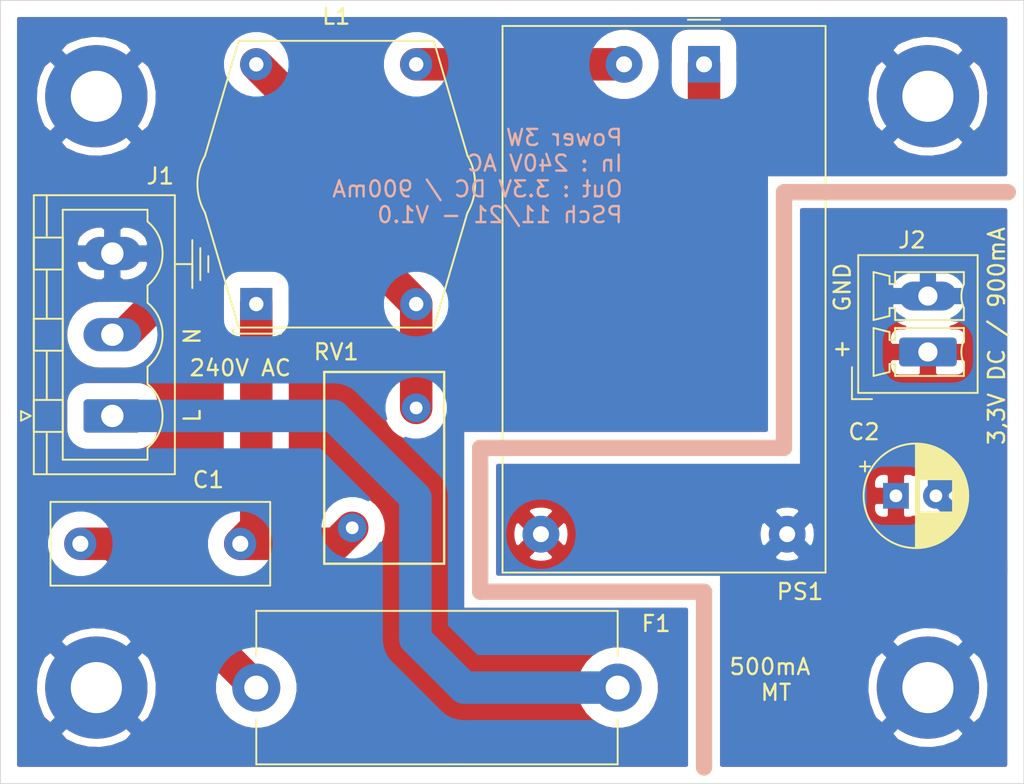
<source format=kicad_pcb>
(kicad_pcb (version 20171130) (host pcbnew 5.1.10)

  (general
    (thickness 1.6)
    (drawings 34)
    (tracks 24)
    (zones 0)
    (modules 12)
    (nets 10)
  )

  (page A4)
  (layers
    (0 F.Cu signal)
    (31 B.Cu signal)
    (32 B.Adhes user hide)
    (33 F.Adhes user hide)
    (34 B.Paste user hide)
    (35 F.Paste user hide)
    (36 B.SilkS user)
    (37 F.SilkS user)
    (38 B.Mask user hide)
    (39 F.Mask user hide)
    (40 Dwgs.User user hide)
    (41 Cmts.User user hide)
    (42 Eco1.User user hide)
    (43 Eco2.User user hide)
    (44 Edge.Cuts user)
    (45 Margin user hide)
    (46 B.CrtYd user hide)
    (47 F.CrtYd user hide)
    (48 B.Fab user hide)
    (49 F.Fab user hide)
  )

  (setup
    (last_trace_width 2.032)
    (user_trace_width 0.3048)
    (user_trace_width 0.4064)
    (user_trace_width 0.508)
    (user_trace_width 1.016)
    (user_trace_width 2.032)
    (trace_clearance 0.2)
    (zone_clearance 1.016)
    (zone_45_only yes)
    (trace_min 0.2)
    (via_size 0.8)
    (via_drill 0.4)
    (via_min_size 0.4)
    (via_min_drill 0.3)
    (user_via 1 0.5)
    (uvia_size 0.3)
    (uvia_drill 0.1)
    (uvias_allowed no)
    (uvia_min_size 0.2)
    (uvia_min_drill 0.1)
    (edge_width 0.05)
    (segment_width 0.2)
    (pcb_text_width 0.3)
    (pcb_text_size 1.5 1.5)
    (mod_edge_width 0.12)
    (mod_text_size 1 1)
    (mod_text_width 0.15)
    (pad_size 1.524 1.524)
    (pad_drill 0.762)
    (pad_to_mask_clearance 0)
    (aux_axis_origin 0 0)
    (visible_elements FFFFFF7F)
    (pcbplotparams
      (layerselection 0x010fc_ffffffff)
      (usegerberextensions false)
      (usegerberattributes true)
      (usegerberadvancedattributes true)
      (creategerberjobfile true)
      (excludeedgelayer true)
      (linewidth 0.100000)
      (plotframeref false)
      (viasonmask false)
      (mode 1)
      (useauxorigin false)
      (hpglpennumber 1)
      (hpglpenspeed 20)
      (hpglpendiameter 15.000000)
      (psnegative false)
      (psa4output false)
      (plotreference true)
      (plotvalue true)
      (plotinvisibletext false)
      (padsonsilk false)
      (subtractmaskfromsilk false)
      (outputformat 1)
      (mirror false)
      (drillshape 1)
      (scaleselection 1)
      (outputdirectory ""))
  )

  (net 0 "")
  (net 1 "Net-(L1-Pad4)")
  (net 2 "Net-(L1-Pad2)")
  (net 3 "Net-(C1-Pad1)")
  (net 4 /3.3V)
  (net 5 /GND)
  (net 6 "Net-(C1-Pad2)")
  (net 7 Earth)
  (net 8 /L)
  (net 9 /N)

  (net_class Default "This is the default net class."
    (clearance 0.2)
    (trace_width 0.25)
    (via_dia 0.8)
    (via_drill 0.4)
    (uvia_dia 0.3)
    (uvia_drill 0.1)
    (add_net /3.3V)
    (add_net /GND)
    (add_net /L)
    (add_net /N)
  )

  (net_class 240V ""
    (clearance 1.016)
    (trace_width 2.032)
    (via_dia 2)
    (via_drill 1.2)
    (uvia_dia 0.3)
    (uvia_drill 0.1)
    (add_net Earth)
    (add_net "Net-(C1-Pad1)")
    (add_net "Net-(C1-Pad2)")
    (add_net "Net-(L1-Pad2)")
    (add_net "Net-(L1-Pad4)")
  )

  (module MountingHole:MountingHole_3.2mm_M3_Pad (layer F.Cu) (tedit 56D1B4CB) (tstamp 618515B4)
    (at 118 114)
    (descr "Mounting Hole 3.2mm, M3")
    (tags "mounting hole 3.2mm m3")
    (path /6187259A)
    (attr virtual)
    (fp_text reference H1 (at 0 -4.2) (layer F.SilkS) hide
      (effects (font (size 1 1) (thickness 0.15)))
    )
    (fp_text value MountingHole_Pad (at 0 4.2) (layer F.Fab)
      (effects (font (size 1 1) (thickness 0.15)))
    )
    (fp_text user %R (at 0.3 0) (layer F.Fab)
      (effects (font (size 1 1) (thickness 0.15)))
    )
    (fp_circle (center 0 0) (end 3.2 0) (layer Cmts.User) (width 0.15))
    (fp_circle (center 0 0) (end 3.45 0) (layer F.CrtYd) (width 0.05))
    (pad 1 thru_hole circle (at 0 0) (size 6.4 6.4) (drill 3.2) (layers *.Cu *.Mask)
      (net 5 /GND))
  )

  (module Connector_Phoenix_MC:PhoenixContact_MCV_1,5_2-G-3.5_1x02_P3.50mm_Vertical (layer F.Cu) (tedit 5B784ED0) (tstamp 6182E201)
    (at 118 93 90)
    (descr "Generic Phoenix Contact connector footprint for: MCV_1,5/2-G-3.5; number of pins: 02; pin pitch: 3.50mm; Vertical || order number: 1843606 8A 160V")
    (tags "phoenix_contact connector MCV_01x02_G_3.5mm")
    (path /6184D903)
    (fp_text reference J2 (at 7 -1 180) (layer F.SilkS)
      (effects (font (size 1 1) (thickness 0.15)))
    )
    (fp_text value Conn_01x02 (at 1.75 4.2 90) (layer F.Fab)
      (effects (font (size 1 1) (thickness 0.15)))
    )
    (fp_text user %R (at 1.75 -3.55 90) (layer F.Fab)
      (effects (font (size 1 1) (thickness 0.15)))
    )
    (fp_arc (start 3.5 3.95) (end 2.75 2.25) (angle 47.6) (layer F.SilkS) (width 0.12))
    (fp_arc (start 0 3.95) (end -0.75 2.25) (angle 47.6) (layer F.SilkS) (width 0.12))
    (fp_line (start -2.56 -4.36) (end -2.56 3.11) (layer F.SilkS) (width 0.12))
    (fp_line (start -2.56 3.11) (end 6.06 3.11) (layer F.SilkS) (width 0.12))
    (fp_line (start 6.06 3.11) (end 6.06 -4.36) (layer F.SilkS) (width 0.12))
    (fp_line (start 6.06 -4.36) (end -2.56 -4.36) (layer F.SilkS) (width 0.12))
    (fp_line (start -2.45 -4.25) (end -2.45 3) (layer F.Fab) (width 0.1))
    (fp_line (start -2.45 3) (end 5.95 3) (layer F.Fab) (width 0.1))
    (fp_line (start 5.95 3) (end 5.95 -4.25) (layer F.Fab) (width 0.1))
    (fp_line (start 5.95 -4.25) (end -2.45 -4.25) (layer F.Fab) (width 0.1))
    (fp_line (start -0.75 2.25) (end -1.5 2.25) (layer F.SilkS) (width 0.12))
    (fp_line (start -1.5 2.25) (end -1.5 -2.05) (layer F.SilkS) (width 0.12))
    (fp_line (start -1.5 -2.05) (end -0.75 -2.05) (layer F.SilkS) (width 0.12))
    (fp_line (start -0.75 -2.05) (end -0.75 -2.4) (layer F.SilkS) (width 0.12))
    (fp_line (start -0.75 -2.4) (end -1.25 -2.4) (layer F.SilkS) (width 0.12))
    (fp_line (start -1.25 -2.4) (end -1.5 -3.4) (layer F.SilkS) (width 0.12))
    (fp_line (start -1.5 -3.4) (end 1.5 -3.4) (layer F.SilkS) (width 0.12))
    (fp_line (start 1.5 -3.4) (end 1.25 -2.4) (layer F.SilkS) (width 0.12))
    (fp_line (start 1.25 -2.4) (end 0.75 -2.4) (layer F.SilkS) (width 0.12))
    (fp_line (start 0.75 -2.4) (end 0.75 -2.05) (layer F.SilkS) (width 0.12))
    (fp_line (start 0.75 -2.05) (end 1.5 -2.05) (layer F.SilkS) (width 0.12))
    (fp_line (start 1.5 -2.05) (end 1.5 2.25) (layer F.SilkS) (width 0.12))
    (fp_line (start 1.5 2.25) (end 0.75 2.25) (layer F.SilkS) (width 0.12))
    (fp_line (start 2.75 2.25) (end 2 2.25) (layer F.SilkS) (width 0.12))
    (fp_line (start 2 2.25) (end 2 -2.05) (layer F.SilkS) (width 0.12))
    (fp_line (start 2 -2.05) (end 2.75 -2.05) (layer F.SilkS) (width 0.12))
    (fp_line (start 2.75 -2.05) (end 2.75 -2.4) (layer F.SilkS) (width 0.12))
    (fp_line (start 2.75 -2.4) (end 2.25 -2.4) (layer F.SilkS) (width 0.12))
    (fp_line (start 2.25 -2.4) (end 2 -3.4) (layer F.SilkS) (width 0.12))
    (fp_line (start 2 -3.4) (end 5 -3.4) (layer F.SilkS) (width 0.12))
    (fp_line (start 5 -3.4) (end 4.75 -2.4) (layer F.SilkS) (width 0.12))
    (fp_line (start 4.75 -2.4) (end 4.25 -2.4) (layer F.SilkS) (width 0.12))
    (fp_line (start 4.25 -2.4) (end 4.25 -2.05) (layer F.SilkS) (width 0.12))
    (fp_line (start 4.25 -2.05) (end 5 -2.05) (layer F.SilkS) (width 0.12))
    (fp_line (start 5 -2.05) (end 5 2.25) (layer F.SilkS) (width 0.12))
    (fp_line (start 5 2.25) (end 4.25 2.25) (layer F.SilkS) (width 0.12))
    (fp_line (start -2.95 -4.75) (end -2.95 3.5) (layer F.CrtYd) (width 0.05))
    (fp_line (start -2.95 3.5) (end 6.45 3.5) (layer F.CrtYd) (width 0.05))
    (fp_line (start 6.45 3.5) (end 6.45 -4.75) (layer F.CrtYd) (width 0.05))
    (fp_line (start 6.45 -4.75) (end -2.95 -4.75) (layer F.CrtYd) (width 0.05))
    (fp_line (start -2.95 -3.5) (end -2.95 -4.75) (layer F.SilkS) (width 0.12))
    (fp_line (start -2.95 -4.75) (end -0.95 -4.75) (layer F.SilkS) (width 0.12))
    (fp_line (start -2.95 -3.5) (end -2.95 -4.75) (layer F.Fab) (width 0.1))
    (fp_line (start -2.95 -4.75) (end -0.95 -4.75) (layer F.Fab) (width 0.1))
    (pad 2 thru_hole oval (at 3.5 0 90) (size 1.8 3.6) (drill 1.2) (layers *.Cu *.Mask)
      (net 5 /GND))
    (pad 1 thru_hole roundrect (at 0 0 90) (size 1.8 3.6) (drill 1.2) (layers *.Cu *.Mask) (roundrect_rratio 0.138889)
      (net 4 /3.3V))
    (model ${KISYS3DMOD}/Connector_Phoenix_MC.3dshapes/PhoenixContact_MCV_1,5_2-G-3.5_1x02_P3.50mm_Vertical.wrl
      (at (xyz 0 0 0))
      (scale (xyz 1 1 1))
      (rotate (xyz 0 0 0))
    )
  )

  (module Connector_Phoenix_MSTB:PhoenixContact_MSTBVA_2,5_3-G-5,08_1x03_P5.08mm_Vertical (layer F.Cu) (tedit 5B785047) (tstamp 6182E835)
    (at 67 97 90)
    (descr "Generic Phoenix Contact connector footprint for: MSTBVA_2,5/3-G-5,08; number of pins: 03; pin pitch: 5.08mm; Vertical || order number: 1755749 12A || order number: 1924318 16A (HC)")
    (tags "phoenix_contact connector MSTBVA_01x03_G_5.08mm")
    (path /61851647)
    (fp_text reference J1 (at 15 3 180) (layer F.SilkS)
      (effects (font (size 1 1) (thickness 0.15)))
    )
    (fp_text value Conn_01x03 (at 5.08 5 90) (layer F.Fab)
      (effects (font (size 1 1) (thickness 0.15)))
    )
    (fp_text user %R (at 5.08 -4.1 90) (layer F.Fab)
      (effects (font (size 1 1) (thickness 0.15)))
    )
    (fp_arc (start 10.16 0.55) (end 8.16 2.2) (angle -100.5) (layer F.SilkS) (width 0.12))
    (fp_arc (start 5.08 0.55) (end 3.08 2.2) (angle -100.5) (layer F.SilkS) (width 0.12))
    (fp_arc (start 0 0.55) (end -2 2.2) (angle -100.5) (layer F.SilkS) (width 0.12))
    (fp_line (start -3.65 -4.91) (end -3.65 3.91) (layer F.SilkS) (width 0.12))
    (fp_line (start -3.65 3.91) (end 13.81 3.91) (layer F.SilkS) (width 0.12))
    (fp_line (start 13.81 3.91) (end 13.81 -4.91) (layer F.SilkS) (width 0.12))
    (fp_line (start 13.81 -4.91) (end -3.65 -4.91) (layer F.SilkS) (width 0.12))
    (fp_line (start -3.54 -4.8) (end -3.54 3.8) (layer F.Fab) (width 0.1))
    (fp_line (start -3.54 3.8) (end 13.7 3.8) (layer F.Fab) (width 0.1))
    (fp_line (start 13.7 3.8) (end 13.7 -4.8) (layer F.Fab) (width 0.1))
    (fp_line (start 13.7 -4.8) (end -3.54 -4.8) (layer F.Fab) (width 0.1))
    (fp_line (start -3.65 -4.1) (end -1.11 -4.1) (layer F.SilkS) (width 0.12))
    (fp_line (start 13.81 -4.1) (end 11.27 -4.1) (layer F.SilkS) (width 0.12))
    (fp_line (start 1 -4.1) (end 4.08 -4.1) (layer F.SilkS) (width 0.12))
    (fp_line (start 6.08 -4.1) (end 9.16 -4.1) (layer F.SilkS) (width 0.12))
    (fp_line (start -1 -3.1) (end -1 -4.91) (layer F.SilkS) (width 0.12))
    (fp_line (start -1 -4.91) (end 1 -4.91) (layer F.SilkS) (width 0.12))
    (fp_line (start 1 -4.91) (end 1 -3.1) (layer F.SilkS) (width 0.12))
    (fp_line (start 1 -3.1) (end -1 -3.1) (layer F.SilkS) (width 0.12))
    (fp_line (start 4.08 -3.1) (end 4.08 -4.91) (layer F.SilkS) (width 0.12))
    (fp_line (start 4.08 -4.91) (end 6.08 -4.91) (layer F.SilkS) (width 0.12))
    (fp_line (start 6.08 -4.91) (end 6.08 -3.1) (layer F.SilkS) (width 0.12))
    (fp_line (start 6.08 -3.1) (end 4.08 -3.1) (layer F.SilkS) (width 0.12))
    (fp_line (start 9.16 -3.1) (end 9.16 -4.91) (layer F.SilkS) (width 0.12))
    (fp_line (start 9.16 -4.91) (end 11.16 -4.91) (layer F.SilkS) (width 0.12))
    (fp_line (start 11.16 -4.91) (end 11.16 -3.1) (layer F.SilkS) (width 0.12))
    (fp_line (start 11.16 -3.1) (end 9.16 -3.1) (layer F.SilkS) (width 0.12))
    (fp_line (start 2 2.2) (end 3.08 2.2) (layer F.SilkS) (width 0.12))
    (fp_line (start 7.08 2.2) (end 8.16 2.2) (layer F.SilkS) (width 0.12))
    (fp_line (start -2 2.2) (end -2.74 2.2) (layer F.SilkS) (width 0.12))
    (fp_line (start -2.74 2.2) (end -2.74 -3.1) (layer F.SilkS) (width 0.12))
    (fp_line (start -2.74 -3.1) (end 12.9 -3.1) (layer F.SilkS) (width 0.12))
    (fp_line (start 12.9 -3.1) (end 12.9 2.2) (layer F.SilkS) (width 0.12))
    (fp_line (start 12.9 2.2) (end 12.16 2.2) (layer F.SilkS) (width 0.12))
    (fp_line (start -4.04 -5.3) (end -4.04 4.3) (layer F.CrtYd) (width 0.05))
    (fp_line (start -4.04 4.3) (end 14.2 4.3) (layer F.CrtYd) (width 0.05))
    (fp_line (start 14.2 4.3) (end 14.2 -5.3) (layer F.CrtYd) (width 0.05))
    (fp_line (start 14.2 -5.3) (end -4.04 -5.3) (layer F.CrtYd) (width 0.05))
    (fp_line (start 0.3 -5.71) (end 0 -5.11) (layer F.SilkS) (width 0.12))
    (fp_line (start 0 -5.11) (end -0.3 -5.71) (layer F.SilkS) (width 0.12))
    (fp_line (start -0.3 -5.71) (end 0.3 -5.71) (layer F.SilkS) (width 0.12))
    (fp_line (start 0.5 -3.55) (end 0 -2.55) (layer F.Fab) (width 0.1))
    (fp_line (start 0 -2.55) (end -0.5 -3.55) (layer F.Fab) (width 0.1))
    (fp_line (start -0.5 -3.55) (end 0.5 -3.55) (layer F.Fab) (width 0.1))
    (pad 3 thru_hole oval (at 10.16 0 90) (size 2.08 3.6) (drill 1.4) (layers *.Cu *.Mask)
      (net 7 Earth))
    (pad 2 thru_hole oval (at 5.08 0 90) (size 2.08 3.6) (drill 1.4) (layers *.Cu *.Mask)
      (net 9 /N))
    (pad 1 thru_hole roundrect (at 0 0 90) (size 2.08 3.6) (drill 1.4) (layers *.Cu *.Mask) (roundrect_rratio 0.120192)
      (net 8 /L))
    (model ${KISYS3DMOD}/Connector_Phoenix_MSTB.3dshapes/PhoenixContact_MSTBVA_2,5_3-G-5,08_1x03_P5.08mm_Vertical.wrl
      (at (xyz 0 0 0))
      (scale (xyz 1 1 1))
      (rotate (xyz 0 0 0))
    )
  )

  (module Converter_ACDC:Converter_ACDC_HiLink_HLK-PMxx (layer F.Cu) (tedit 5C1AC1CD) (tstamp 6182DAD6)
    (at 104 75 270)
    (descr "ACDC-Converter, 3W, HiLink, HLK-PMxx, THT, http://www.hlktech.net/product_detail.php?ProId=54")
    (tags "ACDC-Converter 3W THT HiLink board mount module")
    (path /617F173B)
    (fp_text reference PS1 (at 33 -6) (layer F.SilkS)
      (effects (font (size 1 1) (thickness 0.15)))
    )
    (fp_text value HLK-PM03 (at 15.79 13.85 90) (layer F.Fab)
      (effects (font (size 1 1) (thickness 0.15)))
    )
    (fp_line (start -2.3 12.5) (end 31.7 12.5) (layer F.Fab) (width 0.1))
    (fp_line (start 31.7 12.5) (end 31.7 -7.5) (layer F.Fab) (width 0.1))
    (fp_line (start -2.3 12.5) (end -2.3 0.99) (layer F.Fab) (width 0.1))
    (fp_line (start -2.3 -7.5) (end 31.7 -7.5) (layer F.Fab) (width 0.1))
    (fp_line (start -1.29 0) (end -2.29 1) (layer F.Fab) (width 0.1))
    (fp_line (start -2.29 -1) (end -1.29 0) (layer F.Fab) (width 0.1))
    (fp_line (start -2.3 -1) (end -2.3 -7.5) (layer F.Fab) (width 0.1))
    (fp_line (start -2.55 12.75) (end 31.95 12.75) (layer F.CrtYd) (width 0.05))
    (fp_line (start 31.95 12.75) (end 31.95 -7.75) (layer F.CrtYd) (width 0.05))
    (fp_line (start 31.95 -7.75) (end -2.55 -7.75) (layer F.CrtYd) (width 0.05))
    (fp_line (start -2.55 -7.75) (end -2.55 12.75) (layer F.CrtYd) (width 0.05))
    (fp_line (start -2.4 -7.6) (end -2.4 12.6) (layer F.SilkS) (width 0.12))
    (fp_line (start -2.4 12.6) (end 31.8 12.6) (layer F.SilkS) (width 0.12))
    (fp_line (start 31.8 12.6) (end 31.8 -7.6) (layer F.SilkS) (width 0.12))
    (fp_line (start 31.8 -7.6) (end -2.4 -7.6) (layer F.SilkS) (width 0.12))
    (fp_line (start -2.79 -1) (end -2.79 1.01) (layer F.SilkS) (width 0.12))
    (fp_text user %R (at 14.68 1.17 90) (layer F.Fab)
      (effects (font (size 1 1) (thickness 0.15)))
    )
    (pad 4 thru_hole circle (at 29.4 10.2 270) (size 2.3 2.3) (drill 1) (layers *.Cu *.Mask)
      (net 4 /3.3V))
    (pad 2 thru_hole circle (at 0 5 270) (size 2.3 2.3) (drill 1) (layers *.Cu *.Mask)
      (net 1 "Net-(L1-Pad4)"))
    (pad 1 thru_hole rect (at 0 0 270) (size 2.3 2) (drill 1) (layers *.Cu *.Mask)
      (net 2 "Net-(L1-Pad2)"))
    (pad 3 thru_hole circle (at 29.4 -5.2 270) (size 2.3 2.3) (drill 1) (layers *.Cu *.Mask)
      (net 5 /GND))
    (model ${KISYS3DMOD}/Converter_ACDC.3dshapes/Converter_ACDC_HiLink_HLK-PMxx.wrl
      (at (xyz 0 0 0))
      (scale (xyz 1 1 1))
      (rotate (xyz 0 0 0))
    )
  )

  (module MountingHole:MountingHole_3.2mm_M3_Pad (layer F.Cu) (tedit 56D1B4CB) (tstamp 6182F264)
    (at 66 114)
    (descr "Mounting Hole 3.2mm, M3")
    (tags "mounting hole 3.2mm m3")
    (path /6183ACA3)
    (attr virtual)
    (fp_text reference H4 (at 0 -4.2) (layer F.SilkS) hide
      (effects (font (size 1 1) (thickness 0.15)))
    )
    (fp_text value MountingHole_Pad (at 0 4.2) (layer F.Fab)
      (effects (font (size 1 1) (thickness 0.15)))
    )
    (fp_circle (center 0 0) (end 3.45 0) (layer F.CrtYd) (width 0.05))
    (fp_circle (center 0 0) (end 3.2 0) (layer Cmts.User) (width 0.15))
    (fp_text user %R (at 0.3 0) (layer F.Fab)
      (effects (font (size 1 1) (thickness 0.15)))
    )
    (pad 1 thru_hole circle (at 0 0) (size 6.4 6.4) (drill 3.2) (layers *.Cu *.Mask)
      (net 7 Earth))
  )

  (module MountingHole:MountingHole_3.2mm_M3_Pad (layer F.Cu) (tedit 56D1B4CB) (tstamp 6182F25C)
    (at 66 77)
    (descr "Mounting Hole 3.2mm, M3")
    (tags "mounting hole 3.2mm m3")
    (path /6183A91C)
    (attr virtual)
    (fp_text reference H3 (at 0 -4.2) (layer F.SilkS) hide
      (effects (font (size 1 1) (thickness 0.15)))
    )
    (fp_text value MountingHole_Pad (at 0 4.2) (layer F.Fab)
      (effects (font (size 1 1) (thickness 0.15)))
    )
    (fp_circle (center 0 0) (end 3.45 0) (layer F.CrtYd) (width 0.05))
    (fp_circle (center 0 0) (end 3.2 0) (layer Cmts.User) (width 0.15))
    (fp_text user %R (at 0.3 0) (layer F.Fab)
      (effects (font (size 1 1) (thickness 0.15)))
    )
    (pad 1 thru_hole circle (at 0 0) (size 6.4 6.4) (drill 3.2) (layers *.Cu *.Mask)
      (net 7 Earth))
  )

  (module MountingHole:MountingHole_3.2mm_M3_Pad (layer F.Cu) (tedit 56D1B4CB) (tstamp 6182F254)
    (at 118 77)
    (descr "Mounting Hole 3.2mm, M3")
    (tags "mounting hole 3.2mm m3")
    (path /6183A4C5)
    (attr virtual)
    (fp_text reference H2 (at 0 -4.2) (layer F.SilkS) hide
      (effects (font (size 1 1) (thickness 0.15)))
    )
    (fp_text value MountingHole_Pad (at 0 4.2) (layer F.Fab)
      (effects (font (size 1 1) (thickness 0.15)))
    )
    (fp_circle (center 0 0) (end 3.45 0) (layer F.CrtYd) (width 0.05))
    (fp_circle (center 0 0) (end 3.2 0) (layer Cmts.User) (width 0.15))
    (fp_text user %R (at 0.3 0) (layer F.Fab)
      (effects (font (size 1 1) (thickness 0.15)))
    )
    (pad 1 thru_hole circle (at 0 0) (size 6.4 6.4) (drill 3.2) (layers *.Cu *.Mask)
      (net 7 Earth))
  )

  (module Capacitor_THT:CP_Radial_D6.3mm_P2.50mm (layer F.Cu) (tedit 5AE50EF0) (tstamp 6182D60A)
    (at 116 102)
    (descr "CP, Radial series, Radial, pin pitch=2.50mm, , diameter=6.3mm, Electrolytic Capacitor")
    (tags "CP Radial series Radial pin pitch 2.50mm  diameter 6.3mm Electrolytic Capacitor")
    (path /61819F7E)
    (fp_text reference C2 (at -2 -4) (layer F.SilkS)
      (effects (font (size 1 1) (thickness 0.15)))
    )
    (fp_text value "220µF / 16V" (at 1.25 4.4) (layer F.Fab)
      (effects (font (size 1 1) (thickness 0.15)))
    )
    (fp_circle (center 1.25 0) (end 4.4 0) (layer F.Fab) (width 0.1))
    (fp_circle (center 1.25 0) (end 4.52 0) (layer F.SilkS) (width 0.12))
    (fp_circle (center 1.25 0) (end 4.65 0) (layer F.CrtYd) (width 0.05))
    (fp_line (start -1.443972 -1.3735) (end -0.813972 -1.3735) (layer F.Fab) (width 0.1))
    (fp_line (start -1.128972 -1.6885) (end -1.128972 -1.0585) (layer F.Fab) (width 0.1))
    (fp_line (start 1.25 -3.23) (end 1.25 3.23) (layer F.SilkS) (width 0.12))
    (fp_line (start 1.29 -3.23) (end 1.29 3.23) (layer F.SilkS) (width 0.12))
    (fp_line (start 1.33 -3.23) (end 1.33 3.23) (layer F.SilkS) (width 0.12))
    (fp_line (start 1.37 -3.228) (end 1.37 3.228) (layer F.SilkS) (width 0.12))
    (fp_line (start 1.41 -3.227) (end 1.41 3.227) (layer F.SilkS) (width 0.12))
    (fp_line (start 1.45 -3.224) (end 1.45 3.224) (layer F.SilkS) (width 0.12))
    (fp_line (start 1.49 -3.222) (end 1.49 -1.04) (layer F.SilkS) (width 0.12))
    (fp_line (start 1.49 1.04) (end 1.49 3.222) (layer F.SilkS) (width 0.12))
    (fp_line (start 1.53 -3.218) (end 1.53 -1.04) (layer F.SilkS) (width 0.12))
    (fp_line (start 1.53 1.04) (end 1.53 3.218) (layer F.SilkS) (width 0.12))
    (fp_line (start 1.57 -3.215) (end 1.57 -1.04) (layer F.SilkS) (width 0.12))
    (fp_line (start 1.57 1.04) (end 1.57 3.215) (layer F.SilkS) (width 0.12))
    (fp_line (start 1.61 -3.211) (end 1.61 -1.04) (layer F.SilkS) (width 0.12))
    (fp_line (start 1.61 1.04) (end 1.61 3.211) (layer F.SilkS) (width 0.12))
    (fp_line (start 1.65 -3.206) (end 1.65 -1.04) (layer F.SilkS) (width 0.12))
    (fp_line (start 1.65 1.04) (end 1.65 3.206) (layer F.SilkS) (width 0.12))
    (fp_line (start 1.69 -3.201) (end 1.69 -1.04) (layer F.SilkS) (width 0.12))
    (fp_line (start 1.69 1.04) (end 1.69 3.201) (layer F.SilkS) (width 0.12))
    (fp_line (start 1.73 -3.195) (end 1.73 -1.04) (layer F.SilkS) (width 0.12))
    (fp_line (start 1.73 1.04) (end 1.73 3.195) (layer F.SilkS) (width 0.12))
    (fp_line (start 1.77 -3.189) (end 1.77 -1.04) (layer F.SilkS) (width 0.12))
    (fp_line (start 1.77 1.04) (end 1.77 3.189) (layer F.SilkS) (width 0.12))
    (fp_line (start 1.81 -3.182) (end 1.81 -1.04) (layer F.SilkS) (width 0.12))
    (fp_line (start 1.81 1.04) (end 1.81 3.182) (layer F.SilkS) (width 0.12))
    (fp_line (start 1.85 -3.175) (end 1.85 -1.04) (layer F.SilkS) (width 0.12))
    (fp_line (start 1.85 1.04) (end 1.85 3.175) (layer F.SilkS) (width 0.12))
    (fp_line (start 1.89 -3.167) (end 1.89 -1.04) (layer F.SilkS) (width 0.12))
    (fp_line (start 1.89 1.04) (end 1.89 3.167) (layer F.SilkS) (width 0.12))
    (fp_line (start 1.93 -3.159) (end 1.93 -1.04) (layer F.SilkS) (width 0.12))
    (fp_line (start 1.93 1.04) (end 1.93 3.159) (layer F.SilkS) (width 0.12))
    (fp_line (start 1.971 -3.15) (end 1.971 -1.04) (layer F.SilkS) (width 0.12))
    (fp_line (start 1.971 1.04) (end 1.971 3.15) (layer F.SilkS) (width 0.12))
    (fp_line (start 2.011 -3.141) (end 2.011 -1.04) (layer F.SilkS) (width 0.12))
    (fp_line (start 2.011 1.04) (end 2.011 3.141) (layer F.SilkS) (width 0.12))
    (fp_line (start 2.051 -3.131) (end 2.051 -1.04) (layer F.SilkS) (width 0.12))
    (fp_line (start 2.051 1.04) (end 2.051 3.131) (layer F.SilkS) (width 0.12))
    (fp_line (start 2.091 -3.121) (end 2.091 -1.04) (layer F.SilkS) (width 0.12))
    (fp_line (start 2.091 1.04) (end 2.091 3.121) (layer F.SilkS) (width 0.12))
    (fp_line (start 2.131 -3.11) (end 2.131 -1.04) (layer F.SilkS) (width 0.12))
    (fp_line (start 2.131 1.04) (end 2.131 3.11) (layer F.SilkS) (width 0.12))
    (fp_line (start 2.171 -3.098) (end 2.171 -1.04) (layer F.SilkS) (width 0.12))
    (fp_line (start 2.171 1.04) (end 2.171 3.098) (layer F.SilkS) (width 0.12))
    (fp_line (start 2.211 -3.086) (end 2.211 -1.04) (layer F.SilkS) (width 0.12))
    (fp_line (start 2.211 1.04) (end 2.211 3.086) (layer F.SilkS) (width 0.12))
    (fp_line (start 2.251 -3.074) (end 2.251 -1.04) (layer F.SilkS) (width 0.12))
    (fp_line (start 2.251 1.04) (end 2.251 3.074) (layer F.SilkS) (width 0.12))
    (fp_line (start 2.291 -3.061) (end 2.291 -1.04) (layer F.SilkS) (width 0.12))
    (fp_line (start 2.291 1.04) (end 2.291 3.061) (layer F.SilkS) (width 0.12))
    (fp_line (start 2.331 -3.047) (end 2.331 -1.04) (layer F.SilkS) (width 0.12))
    (fp_line (start 2.331 1.04) (end 2.331 3.047) (layer F.SilkS) (width 0.12))
    (fp_line (start 2.371 -3.033) (end 2.371 -1.04) (layer F.SilkS) (width 0.12))
    (fp_line (start 2.371 1.04) (end 2.371 3.033) (layer F.SilkS) (width 0.12))
    (fp_line (start 2.411 -3.018) (end 2.411 -1.04) (layer F.SilkS) (width 0.12))
    (fp_line (start 2.411 1.04) (end 2.411 3.018) (layer F.SilkS) (width 0.12))
    (fp_line (start 2.451 -3.002) (end 2.451 -1.04) (layer F.SilkS) (width 0.12))
    (fp_line (start 2.451 1.04) (end 2.451 3.002) (layer F.SilkS) (width 0.12))
    (fp_line (start 2.491 -2.986) (end 2.491 -1.04) (layer F.SilkS) (width 0.12))
    (fp_line (start 2.491 1.04) (end 2.491 2.986) (layer F.SilkS) (width 0.12))
    (fp_line (start 2.531 -2.97) (end 2.531 -1.04) (layer F.SilkS) (width 0.12))
    (fp_line (start 2.531 1.04) (end 2.531 2.97) (layer F.SilkS) (width 0.12))
    (fp_line (start 2.571 -2.952) (end 2.571 -1.04) (layer F.SilkS) (width 0.12))
    (fp_line (start 2.571 1.04) (end 2.571 2.952) (layer F.SilkS) (width 0.12))
    (fp_line (start 2.611 -2.934) (end 2.611 -1.04) (layer F.SilkS) (width 0.12))
    (fp_line (start 2.611 1.04) (end 2.611 2.934) (layer F.SilkS) (width 0.12))
    (fp_line (start 2.651 -2.916) (end 2.651 -1.04) (layer F.SilkS) (width 0.12))
    (fp_line (start 2.651 1.04) (end 2.651 2.916) (layer F.SilkS) (width 0.12))
    (fp_line (start 2.691 -2.896) (end 2.691 -1.04) (layer F.SilkS) (width 0.12))
    (fp_line (start 2.691 1.04) (end 2.691 2.896) (layer F.SilkS) (width 0.12))
    (fp_line (start 2.731 -2.876) (end 2.731 -1.04) (layer F.SilkS) (width 0.12))
    (fp_line (start 2.731 1.04) (end 2.731 2.876) (layer F.SilkS) (width 0.12))
    (fp_line (start 2.771 -2.856) (end 2.771 -1.04) (layer F.SilkS) (width 0.12))
    (fp_line (start 2.771 1.04) (end 2.771 2.856) (layer F.SilkS) (width 0.12))
    (fp_line (start 2.811 -2.834) (end 2.811 -1.04) (layer F.SilkS) (width 0.12))
    (fp_line (start 2.811 1.04) (end 2.811 2.834) (layer F.SilkS) (width 0.12))
    (fp_line (start 2.851 -2.812) (end 2.851 -1.04) (layer F.SilkS) (width 0.12))
    (fp_line (start 2.851 1.04) (end 2.851 2.812) (layer F.SilkS) (width 0.12))
    (fp_line (start 2.891 -2.79) (end 2.891 -1.04) (layer F.SilkS) (width 0.12))
    (fp_line (start 2.891 1.04) (end 2.891 2.79) (layer F.SilkS) (width 0.12))
    (fp_line (start 2.931 -2.766) (end 2.931 -1.04) (layer F.SilkS) (width 0.12))
    (fp_line (start 2.931 1.04) (end 2.931 2.766) (layer F.SilkS) (width 0.12))
    (fp_line (start 2.971 -2.742) (end 2.971 -1.04) (layer F.SilkS) (width 0.12))
    (fp_line (start 2.971 1.04) (end 2.971 2.742) (layer F.SilkS) (width 0.12))
    (fp_line (start 3.011 -2.716) (end 3.011 -1.04) (layer F.SilkS) (width 0.12))
    (fp_line (start 3.011 1.04) (end 3.011 2.716) (layer F.SilkS) (width 0.12))
    (fp_line (start 3.051 -2.69) (end 3.051 -1.04) (layer F.SilkS) (width 0.12))
    (fp_line (start 3.051 1.04) (end 3.051 2.69) (layer F.SilkS) (width 0.12))
    (fp_line (start 3.091 -2.664) (end 3.091 -1.04) (layer F.SilkS) (width 0.12))
    (fp_line (start 3.091 1.04) (end 3.091 2.664) (layer F.SilkS) (width 0.12))
    (fp_line (start 3.131 -2.636) (end 3.131 -1.04) (layer F.SilkS) (width 0.12))
    (fp_line (start 3.131 1.04) (end 3.131 2.636) (layer F.SilkS) (width 0.12))
    (fp_line (start 3.171 -2.607) (end 3.171 -1.04) (layer F.SilkS) (width 0.12))
    (fp_line (start 3.171 1.04) (end 3.171 2.607) (layer F.SilkS) (width 0.12))
    (fp_line (start 3.211 -2.578) (end 3.211 -1.04) (layer F.SilkS) (width 0.12))
    (fp_line (start 3.211 1.04) (end 3.211 2.578) (layer F.SilkS) (width 0.12))
    (fp_line (start 3.251 -2.548) (end 3.251 -1.04) (layer F.SilkS) (width 0.12))
    (fp_line (start 3.251 1.04) (end 3.251 2.548) (layer F.SilkS) (width 0.12))
    (fp_line (start 3.291 -2.516) (end 3.291 -1.04) (layer F.SilkS) (width 0.12))
    (fp_line (start 3.291 1.04) (end 3.291 2.516) (layer F.SilkS) (width 0.12))
    (fp_line (start 3.331 -2.484) (end 3.331 -1.04) (layer F.SilkS) (width 0.12))
    (fp_line (start 3.331 1.04) (end 3.331 2.484) (layer F.SilkS) (width 0.12))
    (fp_line (start 3.371 -2.45) (end 3.371 -1.04) (layer F.SilkS) (width 0.12))
    (fp_line (start 3.371 1.04) (end 3.371 2.45) (layer F.SilkS) (width 0.12))
    (fp_line (start 3.411 -2.416) (end 3.411 -1.04) (layer F.SilkS) (width 0.12))
    (fp_line (start 3.411 1.04) (end 3.411 2.416) (layer F.SilkS) (width 0.12))
    (fp_line (start 3.451 -2.38) (end 3.451 -1.04) (layer F.SilkS) (width 0.12))
    (fp_line (start 3.451 1.04) (end 3.451 2.38) (layer F.SilkS) (width 0.12))
    (fp_line (start 3.491 -2.343) (end 3.491 -1.04) (layer F.SilkS) (width 0.12))
    (fp_line (start 3.491 1.04) (end 3.491 2.343) (layer F.SilkS) (width 0.12))
    (fp_line (start 3.531 -2.305) (end 3.531 -1.04) (layer F.SilkS) (width 0.12))
    (fp_line (start 3.531 1.04) (end 3.531 2.305) (layer F.SilkS) (width 0.12))
    (fp_line (start 3.571 -2.265) (end 3.571 2.265) (layer F.SilkS) (width 0.12))
    (fp_line (start 3.611 -2.224) (end 3.611 2.224) (layer F.SilkS) (width 0.12))
    (fp_line (start 3.651 -2.182) (end 3.651 2.182) (layer F.SilkS) (width 0.12))
    (fp_line (start 3.691 -2.137) (end 3.691 2.137) (layer F.SilkS) (width 0.12))
    (fp_line (start 3.731 -2.092) (end 3.731 2.092) (layer F.SilkS) (width 0.12))
    (fp_line (start 3.771 -2.044) (end 3.771 2.044) (layer F.SilkS) (width 0.12))
    (fp_line (start 3.811 -1.995) (end 3.811 1.995) (layer F.SilkS) (width 0.12))
    (fp_line (start 3.851 -1.944) (end 3.851 1.944) (layer F.SilkS) (width 0.12))
    (fp_line (start 3.891 -1.89) (end 3.891 1.89) (layer F.SilkS) (width 0.12))
    (fp_line (start 3.931 -1.834) (end 3.931 1.834) (layer F.SilkS) (width 0.12))
    (fp_line (start 3.971 -1.776) (end 3.971 1.776) (layer F.SilkS) (width 0.12))
    (fp_line (start 4.011 -1.714) (end 4.011 1.714) (layer F.SilkS) (width 0.12))
    (fp_line (start 4.051 -1.65) (end 4.051 1.65) (layer F.SilkS) (width 0.12))
    (fp_line (start 4.091 -1.581) (end 4.091 1.581) (layer F.SilkS) (width 0.12))
    (fp_line (start 4.131 -1.509) (end 4.131 1.509) (layer F.SilkS) (width 0.12))
    (fp_line (start 4.171 -1.432) (end 4.171 1.432) (layer F.SilkS) (width 0.12))
    (fp_line (start 4.211 -1.35) (end 4.211 1.35) (layer F.SilkS) (width 0.12))
    (fp_line (start 4.251 -1.262) (end 4.251 1.262) (layer F.SilkS) (width 0.12))
    (fp_line (start 4.291 -1.165) (end 4.291 1.165) (layer F.SilkS) (width 0.12))
    (fp_line (start 4.331 -1.059) (end 4.331 1.059) (layer F.SilkS) (width 0.12))
    (fp_line (start 4.371 -0.94) (end 4.371 0.94) (layer F.SilkS) (width 0.12))
    (fp_line (start 4.411 -0.802) (end 4.411 0.802) (layer F.SilkS) (width 0.12))
    (fp_line (start 4.451 -0.633) (end 4.451 0.633) (layer F.SilkS) (width 0.12))
    (fp_line (start 4.491 -0.402) (end 4.491 0.402) (layer F.SilkS) (width 0.12))
    (fp_line (start -2.250241 -1.839) (end -1.620241 -1.839) (layer F.SilkS) (width 0.12))
    (fp_line (start -1.935241 -2.154) (end -1.935241 -1.524) (layer F.SilkS) (width 0.12))
    (fp_text user %R (at 1.25 0) (layer F.Fab)
      (effects (font (size 1 1) (thickness 0.15)))
    )
    (pad 2 thru_hole circle (at 2.5 0) (size 1.6 1.6) (drill 0.8) (layers *.Cu *.Mask)
      (net 5 /GND))
    (pad 1 thru_hole rect (at 0 0) (size 1.6 1.6) (drill 0.8) (layers *.Cu *.Mask)
      (net 4 /3.3V))
    (model ${KISYS3DMOD}/Capacitor_THT.3dshapes/CP_Radial_D6.3mm_P2.50mm.wrl
      (at (xyz 0 0 0))
      (scale (xyz 1 1 1))
      (rotate (xyz 0 0 0))
    )
  )

  (module Capacitor_THT:C_Rect_L13.5mm_W5.0mm_P10.00mm_FKS3_FKP3_MKS4 (layer F.Cu) (tedit 5AE50EF0) (tstamp 6182D116)
    (at 75 105 180)
    (descr "C, Rect series, Radial, pin pitch=10.00mm, , length*width=13.5*5mm^2, Capacitor, http://www.wima.com/EN/WIMA_FKS_3.pdf, http://www.wima.com/EN/WIMA_MKS_4.pdf")
    (tags "C Rect series Radial pin pitch 10.00mm  length 13.5mm width 5mm Capacitor")
    (path /618046DA)
    (fp_text reference C1 (at 2 4) (layer F.SilkS)
      (effects (font (size 1 1) (thickness 0.15)))
    )
    (fp_text value "0,1µF / 275V" (at 5 3.75) (layer F.Fab)
      (effects (font (size 1 1) (thickness 0.15)))
    )
    (fp_line (start -1.75 -2.5) (end -1.75 2.5) (layer F.Fab) (width 0.1))
    (fp_line (start -1.75 2.5) (end 11.75 2.5) (layer F.Fab) (width 0.1))
    (fp_line (start 11.75 2.5) (end 11.75 -2.5) (layer F.Fab) (width 0.1))
    (fp_line (start 11.75 -2.5) (end -1.75 -2.5) (layer F.Fab) (width 0.1))
    (fp_line (start -1.87 -2.62) (end 11.87 -2.62) (layer F.SilkS) (width 0.12))
    (fp_line (start -1.87 2.62) (end 11.87 2.62) (layer F.SilkS) (width 0.12))
    (fp_line (start -1.87 -2.62) (end -1.87 2.62) (layer F.SilkS) (width 0.12))
    (fp_line (start 11.87 -2.62) (end 11.87 2.62) (layer F.SilkS) (width 0.12))
    (fp_line (start -2 -2.75) (end -2 2.75) (layer F.CrtYd) (width 0.05))
    (fp_line (start -2 2.75) (end 12 2.75) (layer F.CrtYd) (width 0.05))
    (fp_line (start 12 2.75) (end 12 -2.75) (layer F.CrtYd) (width 0.05))
    (fp_line (start 12 -2.75) (end -2 -2.75) (layer F.CrtYd) (width 0.05))
    (fp_text user %R (at 5 0) (layer F.Fab)
      (effects (font (size 1 1) (thickness 0.15)))
    )
    (pad 2 thru_hole circle (at 10 0 180) (size 2 2) (drill 1) (layers *.Cu *.Mask)
      (net 6 "Net-(C1-Pad2)"))
    (pad 1 thru_hole circle (at 0 0 180) (size 2 2) (drill 1) (layers *.Cu *.Mask)
      (net 3 "Net-(C1-Pad1)"))
    (model ${KISYS3DMOD}/Capacitor_THT.3dshapes/C_Rect_L13.5mm_W5.0mm_P10.00mm_FKS3_FKP3_MKS4.wrl
      (at (xyz 0 0 0))
      (scale (xyz 1 1 1))
      (rotate (xyz 0 0 0))
    )
  )

  (module Fuse:Fuseholder_Cylinder-5x20mm_Stelvio-Kontek_PTF78_Horizontal_Open (layer F.Cu) (tedit 5B7EAE13) (tstamp 6182BEA7)
    (at 76 114)
    (descr https://www.tme.eu/en/Document/3b48dbe2b9714a62652c97b08fcd464b/PTF78.pdf)
    (tags "Fuseholder horizontal open 5x20 Stelvio-Kontek PTF/78")
    (path /61811A22)
    (fp_text reference F1 (at 25 -4) (layer F.SilkS)
      (effects (font (size 1 1) (thickness 0.15)))
    )
    (fp_text value 0,5A (at 13 6) (layer F.Fab)
      (effects (font (size 1 1) (thickness 0.15)))
    )
    (fp_line (start 0.1 -4.7) (end 0.1 4.7) (layer F.Fab) (width 0.1))
    (fp_line (start 0.1 4.7) (end 22.5 4.7) (layer F.Fab) (width 0.1))
    (fp_line (start 22.5 4.7) (end 22.5 -4.7) (layer F.Fab) (width 0.1))
    (fp_line (start 22.5 -4.7) (end 0.1 -4.7) (layer F.Fab) (width 0.1))
    (fp_line (start -0.15 4.95) (end -0.15 1.85) (layer F.CrtYd) (width 0.05))
    (fp_line (start 22.6 4.8) (end 22.6 2) (layer F.SilkS) (width 0.12))
    (fp_line (start 22.6 -2) (end 22.6 -4.8) (layer F.SilkS) (width 0.12))
    (fp_line (start 0 -2) (end 0 -4.8) (layer F.SilkS) (width 0.12))
    (fp_line (start 0 -4.8) (end 22.6 -4.8) (layer F.SilkS) (width 0.12))
    (fp_line (start 22.75 4.95) (end -0.15 4.95) (layer F.CrtYd) (width 0.05))
    (fp_line (start -0.15 -4.95) (end 22.75 -4.95) (layer F.CrtYd) (width 0.05))
    (fp_line (start 0 4.8) (end 22.6 4.8) (layer F.SilkS) (width 0.12))
    (fp_line (start -0.15 -1.85) (end -0.15 -4.95) (layer F.CrtYd) (width 0.05))
    (fp_line (start 22.75 -1.85) (end 22.75 -4.95) (layer F.CrtYd) (width 0.05))
    (fp_line (start 22.75 1.85) (end 22.75 4.95) (layer F.CrtYd) (width 0.05))
    (fp_line (start 0 4.8) (end 0 2) (layer F.SilkS) (width 0.12))
    (fp_line (start 22.75 -1.85) (end 23 -1.85) (layer F.CrtYd) (width 0.05))
    (fp_line (start 24.45 0.45) (end 24.45 -0.45) (layer F.CrtYd) (width 0.05))
    (fp_line (start 24.45 -0.45) (end 24.05 -1.25) (layer F.CrtYd) (width 0.05))
    (fp_line (start 24.05 -1.25) (end 23.35 -1.75) (layer F.CrtYd) (width 0.05))
    (fp_line (start 23.35 -1.75) (end 23 -1.85) (layer F.CrtYd) (width 0.05))
    (fp_line (start 22.75 1.85) (end 23 1.85) (layer F.CrtYd) (width 0.05))
    (fp_line (start 23 1.85) (end 23.35 1.75) (layer F.CrtYd) (width 0.05))
    (fp_line (start 23.35 1.75) (end 24.05 1.25) (layer F.CrtYd) (width 0.05))
    (fp_line (start 24.05 1.25) (end 24.45 0.45) (layer F.CrtYd) (width 0.05))
    (fp_line (start -0.15 -1.85) (end -0.4 -1.85) (layer F.CrtYd) (width 0.05))
    (fp_line (start -0.4 -1.85) (end -0.75 -1.75) (layer F.CrtYd) (width 0.05))
    (fp_line (start -0.75 -1.75) (end -1.45 -1.25) (layer F.CrtYd) (width 0.05))
    (fp_line (start -1.85 -0.45) (end -1.85 0.45) (layer F.CrtYd) (width 0.05))
    (fp_line (start -1.45 1.25) (end -0.75 1.75) (layer F.CrtYd) (width 0.05))
    (fp_line (start -0.75 1.75) (end -0.4 1.85) (layer F.CrtYd) (width 0.05))
    (fp_line (start -0.4 1.85) (end -0.15 1.85) (layer F.CrtYd) (width 0.05))
    (fp_line (start -1.45 1.25) (end -1.85 0.45) (layer F.CrtYd) (width 0.05))
    (fp_line (start -1.85 -0.45) (end -1.45 -1.25) (layer F.CrtYd) (width 0.05))
    (fp_text user %R (at 11.25 4) (layer F.Fab)
      (effects (font (size 1 1) (thickness 0.15)))
    )
    (pad 2 thru_hole circle (at 22.6 0) (size 3 3) (drill 1.5) (layers *.Cu *.Mask)
      (net 8 /L))
    (pad 1 thru_hole circle (at 0 0) (size 3 3) (drill 1.5) (layers *.Cu *.Mask)
      (net 6 "Net-(C1-Pad2)"))
    (model ${KISYS3DMOD}/Fuse.3dshapes/Fuseholder_Cylinder-5x20mm_Stelvio-Kontek_PTF78_Horizontal_Open.wrl
      (at (xyz 0 0 0))
      (scale (xyz 1 1 1))
      (rotate (xyz 0 0 0))
    )
  )

  (module Inductor_THT:Choke_Schaffner_RN112-04-17.7x17.1mm (layer F.Cu) (tedit 5E561414) (tstamp 6181E7DB)
    (at 76 90 90)
    (descr "Current-compensated Chokes, Schaffner, RN112-04, 17.7mmx17.1mm https://www.schaffner.com/products/download/product/datasheet/rn-series-common-mode-chokes-new/")
    (tags "chokes schaffner tht")
    (path /6180351F)
    (fp_text reference L1 (at 18 5 180) (layer F.SilkS)
      (effects (font (size 1 1) (thickness 0.15)))
    )
    (fp_text value 10mH (at 7.5 15.05 90) (layer F.Fab)
      (effects (font (size 1 1) (thickness 0.15)))
    )
    (fp_line (start -1.85 -1.45) (end -1.85 1.55) (layer F.SilkS) (width 0.12))
    (fp_line (start -1.85 -1.45) (end -1.6 -1.45) (layer F.SilkS) (width 0.12))
    (fp_line (start -1.6 11.2) (end -1.6 -1.2) (layer F.CrtYd) (width 0.05))
    (fp_line (start 5.73 13.34) (end -1.6 11.2) (layer F.CrtYd) (width 0.05))
    (fp_line (start 16.6 11.2) (end 9.28 13.34) (layer F.CrtYd) (width 0.05))
    (fp_line (start 16.6 -1.2) (end 16.6 11.2) (layer F.CrtYd) (width 0.05))
    (fp_line (start 9.27 -3.34) (end 16.6 -1.2) (layer F.CrtYd) (width 0.05))
    (fp_line (start -1.6 -1.2) (end 5.73 -3.34) (layer F.CrtYd) (width 0.05))
    (fp_line (start -1.47 11.1) (end -1.47 -1.1) (layer F.SilkS) (width 0.12))
    (fp_line (start 5.73 13.21) (end -1.47 11.1) (layer F.SilkS) (width 0.12))
    (fp_line (start 16.47 11.1) (end 9.28 13.21) (layer F.SilkS) (width 0.12))
    (fp_line (start 16.47 -1.1) (end 16.47 11.1) (layer F.SilkS) (width 0.12))
    (fp_line (start 9.27 -3.21) (end 16.47 -1.1) (layer F.SilkS) (width 0.12))
    (fp_line (start -1.47 -1.1) (end 5.73 -3.21) (layer F.SilkS) (width 0.12))
    (fp_line (start -1.35 -0.5) (end -1.35 -1) (layer F.Fab) (width 0.1))
    (fp_line (start -0.85 0) (end -1.35 -0.5) (layer F.Fab) (width 0.1))
    (fp_line (start -1.35 0.5) (end -0.85 0) (layer F.Fab) (width 0.1))
    (fp_line (start -1.35 11) (end -1.35 0.5) (layer F.Fab) (width 0.1))
    (fp_line (start 5.73 13.07) (end -1.35 11) (layer F.Fab) (width 0.1))
    (fp_line (start 16.35 11) (end 9.28 13.07) (layer F.Fab) (width 0.1))
    (fp_line (start 16.35 -1) (end 16.35 11) (layer F.Fab) (width 0.1))
    (fp_line (start 9.28 -3.07) (end 16.35 -1) (layer F.Fab) (width 0.1))
    (fp_line (start -1.35 -1) (end 5.73 -3.07) (layer F.Fab) (width 0.1))
    (fp_text user %R (at 7.5 5 90) (layer F.Fab)
      (effects (font (size 1 1) (thickness 0.15)))
    )
    (fp_arc (start 7.5 10.25) (end 9.28 13.34) (angle 60) (layer F.CrtYd) (width 0.05))
    (fp_arc (start 7.5 -0.25) (end 5.73 -3.34) (angle 60) (layer F.CrtYd) (width 0.05))
    (fp_arc (start 7.5 10.12) (end 9.28 13.21) (angle 60) (layer F.SilkS) (width 0.12))
    (fp_arc (start 7.5 -0.12) (end 5.73 -3.21) (angle 60) (layer F.SilkS) (width 0.12))
    (fp_arc (start 7.5 10) (end 9.28 13.07) (angle 60) (layer F.Fab) (width 0.1))
    (fp_arc (start 7.5 0) (end 5.73 -3.07) (angle 60) (layer F.Fab) (width 0.1))
    (pad 4 thru_hole circle (at 15 10 90) (size 2 2) (drill 0.9) (layers *.Cu *.Mask)
      (net 1 "Net-(L1-Pad4)"))
    (pad 3 thru_hole circle (at 0 10 90) (size 2 2) (drill 0.9) (layers *.Cu *.Mask)
      (net 9 /N))
    (pad 2 thru_hole circle (at 15 0 90) (size 2 2) (drill 0.9) (layers *.Cu *.Mask)
      (net 2 "Net-(L1-Pad2)"))
    (pad 1 thru_hole rect (at 0 0 90) (size 2 2) (drill 0.9) (layers *.Cu *.Mask)
      (net 3 "Net-(C1-Pad1)"))
    (model ${KISYS3DMOD}/Inductor_THT.3dshapes/Choke_Schaffner_RN112-04-17.7x17.1mm.wrl
      (at (xyz 0 0 0))
      (scale (xyz 1 1 1))
      (rotate (xyz 0 0 0))
    )
  )

  (module Varistor:RV_Disc_D12mm_W7.5mm_P7.5mm (layer F.Cu) (tedit 5A0F68DF) (tstamp 6181E488)
    (at 82 104 90)
    (descr "Varistor, diameter 12mm, width 7.5mm, pitch 7.5mm")
    (tags "varistor SIOV")
    (path /618025C2)
    (fp_text reference RV1 (at 11 -1 180) (layer F.SilkS)
      (effects (font (size 1 1) (thickness 0.15)))
    )
    (fp_text value 10D561K (at 3.75 -2.75 90) (layer F.Fab)
      (effects (font (size 1 1) (thickness 0.15)))
    )
    (fp_line (start -2.5 6) (end 10 6) (layer F.CrtYd) (width 0.05))
    (fp_line (start -2.5 -2) (end 10 -2) (layer F.CrtYd) (width 0.05))
    (fp_line (start 10 -2) (end 10 6) (layer F.CrtYd) (width 0.05))
    (fp_line (start -2.5 -2) (end -2.5 6) (layer F.CrtYd) (width 0.05))
    (fp_line (start -2.25 5.75) (end 9.75 5.75) (layer F.SilkS) (width 0.15))
    (fp_line (start -2.25 -1.75) (end 9.75 -1.75) (layer F.SilkS) (width 0.15))
    (fp_line (start 9.75 -1.75) (end 9.75 5.75) (layer F.SilkS) (width 0.15))
    (fp_line (start -2.25 -1.75) (end -2.25 5.75) (layer F.SilkS) (width 0.15))
    (fp_line (start -2.25 5.75) (end 9.75 5.75) (layer F.Fab) (width 0.1))
    (fp_line (start -2.25 -1.75) (end 9.75 -1.75) (layer F.Fab) (width 0.1))
    (fp_line (start 9.75 -1.75) (end 9.75 5.75) (layer F.Fab) (width 0.1))
    (fp_line (start -2.25 -1.75) (end -2.25 5.75) (layer F.Fab) (width 0.1))
    (fp_text user %R (at 3.75 2 90) (layer F.Fab)
      (effects (font (size 1 1) (thickness 0.15)))
    )
    (pad 2 thru_hole circle (at 7.5 4 90) (size 1.8 1.8) (drill 0.8) (layers *.Cu *.Mask)
      (net 9 /N))
    (pad 1 thru_hole circle (at 0 0 90) (size 1.8 1.8) (drill 0.8) (layers *.Cu *.Mask)
      (net 3 "Net-(C1-Pad1)"))
    (model ${KISYS3DMOD}/Varistor.3dshapes/RV_Disc_D12mm_W7.5mm_P7.5mm.wrl
      (at (xyz 0 0 0))
      (scale (xyz 1 1 1))
      (rotate (xyz 0 0 0))
    )
  )

  (gr_text "500mA \nMT" (at 108.5 113.5) (layer F.SilkS)
    (effects (font (size 1 1) (thickness 0.15)))
  )
  (gr_text GND (at 112.65 88.95 90) (layer F.SilkS)
    (effects (font (size 1 1) (thickness 0.15)))
  )
  (gr_text + (at 112.65 92.75) (layer F.SilkS)
    (effects (font (size 1 1) (thickness 0.15)))
  )
  (gr_line (start 123 83) (end 122 83) (layer F.SilkS) (width 0.12))
  (gr_line (start 109 83) (end 123 83) (layer F.SilkS) (width 1.016))
  (gr_line (start 109 99) (end 109 83) (layer F.SilkS) (width 1.016))
  (gr_line (start 90 99) (end 109 99) (layer F.SilkS) (width 1.016))
  (gr_line (start 90 108) (end 90 99) (layer F.SilkS) (width 1.016))
  (gr_line (start 104 108) (end 90 108) (layer F.SilkS) (width 1.016))
  (gr_line (start 104 119) (end 104 108) (layer F.SilkS) (width 1.016))
  (gr_line (start 109 83) (end 123 83) (layer B.SilkS) (width 1.016))
  (gr_line (start 109 99) (end 109 83) (layer B.SilkS) (width 1.016))
  (gr_line (start 90 99) (end 109 99) (layer B.SilkS) (width 1.016))
  (gr_line (start 90 108) (end 90 99) (layer B.SilkS) (width 1.016))
  (gr_line (start 104 108) (end 90 108) (layer B.SilkS) (width 1.016))
  (gr_line (start 104 119) (end 104 108) (layer B.SilkS) (width 1.016))
  (gr_line (start 60 71) (end 60 120) (layer Edge.Cuts) (width 0.05) (tstamp 6184F02C))
  (gr_line (start 124 71) (end 60 71) (layer Edge.Cuts) (width 0.05))
  (gr_line (start 124 120) (end 124 71) (layer Edge.Cuts) (width 0.05))
  (gr_line (start 60 120) (end 124 120) (layer Edge.Cuts) (width 0.05))
  (gr_text "3,3V DC / 900mA" (at 122.3 92 90) (layer F.SilkS)
    (effects (font (size 1 1) (thickness 0.15)))
  )
  (gr_line (start 73 88) (end 73 87) (layer F.SilkS) (width 0.12))
  (gr_line (start 72.5 88.5) (end 72.5 86.5) (layer F.SilkS) (width 0.12))
  (gr_line (start 72 88.5) (end 72 89) (layer F.SilkS) (width 0.12))
  (gr_line (start 72 86) (end 72 87.5) (layer F.SilkS) (width 0.12) (tstamp 6184C7DC))
  (gr_line (start 72 88.5) (end 72 87.5) (layer F.SilkS) (width 0.12) (tstamp 6184C7DB))
  (gr_line (start 72 87.5) (end 72 88.5) (layer F.SilkS) (width 0.12))
  (gr_line (start 71 87.5) (end 72 87.5) (layer F.SilkS) (width 0.12))
  (gr_text "240V AC" (at 75 94) (layer F.SilkS)
    (effects (font (size 1 1) (thickness 0.15)))
  )
  (gr_text N (at 72 92 90) (layer F.SilkS)
    (effects (font (size 1 1) (thickness 0.15)))
  )
  (gr_text L (at 72 97 90) (layer F.SilkS)
    (effects (font (size 1 1) (thickness 0.15)))
  )
  (gr_text "Power 3W\nIn : 240V AC\nOut : 3.3V DC / 900mA\nPSch 11/21 - V1.0" (at 99 82) (layer B.SilkS)
    (effects (font (size 1 1) (thickness 0.15)) (justify left mirror))
  )
  (dimension 58 (width 0.15) (layer F.Fab)
    (gr_text "58,000 mm" (at 94 122.3) (layer F.Fab)
      (effects (font (size 1 1) (thickness 0.15)))
    )
    (feature1 (pts (xy 123 115) (xy 123 121.586421)))
    (feature2 (pts (xy 65 115) (xy 65 121.586421)))
    (crossbar (pts (xy 65 121) (xy 123 121)))
    (arrow1a (pts (xy 123 121) (xy 121.873496 121.586421)))
    (arrow1b (pts (xy 123 121) (xy 121.873496 120.413579)))
    (arrow2a (pts (xy 65 121) (xy 66.126504 121.586421)))
    (arrow2b (pts (xy 65 121) (xy 66.126504 120.413579)))
  )
  (dimension 49 (width 0.15) (layer F.Fab)
    (gr_text "49,000 mm" (at 56.7 90.5 270) (layer F.Fab)
      (effects (font (size 1 1) (thickness 0.15)))
    )
    (feature1 (pts (xy 65 115) (xy 57.413579 115)))
    (feature2 (pts (xy 65 66) (xy 57.413579 66)))
    (crossbar (pts (xy 58 66) (xy 58 115)))
    (arrow1a (pts (xy 58 115) (xy 57.413579 113.873496)))
    (arrow1b (pts (xy 58 115) (xy 58.586421 113.873496)))
    (arrow2a (pts (xy 58 66) (xy 57.413579 67.126504)))
    (arrow2b (pts (xy 58 66) (xy 58.586421 67.126504)))
  )

  (segment (start 86 75) (end 99 75) (width 2.032) (layer F.Cu) (net 1))
  (segment (start 104 78.182) (end 104 75) (width 2.032) (layer F.Cu) (net 2))
  (segment (start 102.983999 79.198001) (end 104 78.182) (width 2.032) (layer F.Cu) (net 2))
  (segment (start 80.198001 79.198001) (end 102.983999 79.198001) (width 2.032) (layer F.Cu) (net 2))
  (segment (start 76 75) (end 80.198001 79.198001) (width 2.032) (layer F.Cu) (net 2))
  (segment (start 81 105) (end 82 104) (width 2.032) (layer F.Cu) (net 3))
  (segment (start 75 105) (end 81 105) (width 2.032) (layer F.Cu) (net 3))
  (segment (start 76 104) (end 75 105) (width 2.032) (layer F.Cu) (net 3))
  (segment (start 76 90) (end 76 104) (width 2.032) (layer F.Cu) (net 3))
  (segment (start 118.5 100.86863) (end 118.5 102) (width 1.016) (layer B.Cu) (net 5))
  (segment (start 118 89.5) (end 117.945168 89.5) (width 1.016) (layer B.Cu) (net 5))
  (segment (start 67 105) (end 76 114) (width 2.032) (layer F.Cu) (net 6))
  (segment (start 65 105) (end 67 105) (width 2.032) (layer F.Cu) (net 6))
  (segment (start 97.843042 114) (end 98.6 114) (width 2.032) (layer B.Cu) (net 8))
  (segment (start 67 97) (end 80.843042 97) (width 2.032) (layer B.Cu) (net 8))
  (segment (start 85.948001 102.104959) (end 85.948001 110.948001) (width 2.032) (layer B.Cu) (net 8))
  (segment (start 80.843042 97) (end 85.948001 102.104959) (width 2.032) (layer B.Cu) (net 8))
  (segment (start 89 114) (end 98.6 114) (width 2.032) (layer B.Cu) (net 8))
  (segment (start 85.948001 110.948001) (end 89 114) (width 2.032) (layer B.Cu) (net 8))
  (segment (start 86 90) (end 86 96.5) (width 2.032) (layer F.Cu) (net 9))
  (segment (start 82.95199 86.95199) (end 86 90) (width 2.032) (layer F.Cu) (net 9))
  (segment (start 72.72801 86.95199) (end 82.95199 86.95199) (width 2.032) (layer F.Cu) (net 9))
  (segment (start 67.76 91.92) (end 72.72801 86.95199) (width 2.032) (layer F.Cu) (net 9))
  (segment (start 67 91.92) (end 67.76 91.92) (width 2.032) (layer F.Cu) (net 9))

  (zone (net 4) (net_name /3.3V) (layer F.Cu) (tstamp 0) (hatch edge 0.508)
    (connect_pads (clearance 1.016))
    (min_thickness 0.254)
    (fill yes (arc_segments 32) (thermal_gap 0.508) (thermal_bridge_width 1.016))
    (polygon
      (pts
        (xy 124 107) (xy 91 107) (xy 91 100) (xy 110 100) (xy 110 84)
        (xy 124 84)
      )
    )
    (filled_polygon
      (pts
        (xy 122.832 106.873) (xy 91.127 106.873) (xy 91.127 105.793617) (xy 92.945198 105.793617) (xy 93.078022 106.041914)
        (xy 93.412216 106.151216) (xy 93.761313 106.19322) (xy 94.111896 106.166311) (xy 94.450493 106.071524) (xy 94.521978 106.041914)
        (xy 94.654802 105.793617) (xy 93.8 104.938815) (xy 92.945198 105.793617) (xy 91.127 105.793617) (xy 91.127 104.361313)
        (xy 92.00678 104.361313) (xy 92.033689 104.711896) (xy 92.128476 105.050493) (xy 92.158086 105.121978) (xy 92.406383 105.254802)
        (xy 93.261185 104.4) (xy 94.338815 104.4) (xy 95.193617 105.254802) (xy 95.441914 105.121978) (xy 95.551216 104.787784)
        (xy 95.59322 104.438687) (xy 95.572917 104.174159) (xy 106.907 104.174159) (xy 106.907 104.625841) (xy 106.995119 105.068843)
        (xy 107.16797 105.486143) (xy 107.41891 105.861702) (xy 107.738298 106.18109) (xy 108.113857 106.43203) (xy 108.531157 106.604881)
        (xy 108.974159 106.693) (xy 109.425841 106.693) (xy 109.868843 106.604881) (xy 110.286143 106.43203) (xy 110.661702 106.18109)
        (xy 110.98109 105.861702) (xy 111.23203 105.486143) (xy 111.404881 105.068843) (xy 111.493 104.625841) (xy 111.493 104.174159)
        (xy 111.404881 103.731157) (xy 111.23203 103.313857) (xy 110.98109 102.938298) (xy 110.842792 102.8) (xy 114.561928 102.8)
        (xy 114.574188 102.924482) (xy 114.610498 103.04418) (xy 114.669463 103.154494) (xy 114.748815 103.251185) (xy 114.845506 103.330537)
        (xy 114.95582 103.389502) (xy 115.075518 103.425812) (xy 115.2 103.438072) (xy 115.46025 103.435) (xy 115.619 103.27625)
        (xy 115.619 102.381) (xy 114.72375 102.381) (xy 114.565 102.53975) (xy 114.561928 102.8) (xy 110.842792 102.8)
        (xy 110.661702 102.61891) (xy 110.286143 102.36797) (xy 109.868843 102.195119) (xy 109.425841 102.107) (xy 108.974159 102.107)
        (xy 108.531157 102.195119) (xy 108.113857 102.36797) (xy 107.738298 102.61891) (xy 107.41891 102.938298) (xy 107.16797 103.313857)
        (xy 106.995119 103.731157) (xy 106.907 104.174159) (xy 95.572917 104.174159) (xy 95.566311 104.088104) (xy 95.471524 103.749507)
        (xy 95.441914 103.678022) (xy 95.193617 103.545198) (xy 94.338815 104.4) (xy 93.261185 104.4) (xy 92.406383 103.545198)
        (xy 92.158086 103.678022) (xy 92.048784 104.012216) (xy 92.00678 104.361313) (xy 91.127 104.361313) (xy 91.127 103.006383)
        (xy 92.945198 103.006383) (xy 93.8 103.861185) (xy 94.654802 103.006383) (xy 94.521978 102.758086) (xy 94.187784 102.648784)
        (xy 93.838687 102.60678) (xy 93.488104 102.633689) (xy 93.149507 102.728476) (xy 93.078022 102.758086) (xy 92.945198 103.006383)
        (xy 91.127 103.006383) (xy 91.127 101.2) (xy 114.561928 101.2) (xy 114.565 101.46025) (xy 114.72375 101.619)
        (xy 115.619 101.619) (xy 115.619 100.72375) (xy 116.381 100.72375) (xy 116.381 101.619) (xy 116.401 101.619)
        (xy 116.401 102.381) (xy 116.381 102.381) (xy 116.381 103.27625) (xy 116.53975 103.435) (xy 116.8 103.438072)
        (xy 116.924482 103.425812) (xy 117.04418 103.389502) (xy 117.107722 103.355538) (xy 117.26141 103.509226) (xy 117.579645 103.721864)
        (xy 117.933248 103.868331) (xy 118.308631 103.943) (xy 118.691369 103.943) (xy 119.066752 103.868331) (xy 119.420355 103.721864)
        (xy 119.73859 103.509226) (xy 120.009226 103.23859) (xy 120.221864 102.920355) (xy 120.368331 102.566752) (xy 120.443 102.191369)
        (xy 120.443 101.808631) (xy 120.368331 101.433248) (xy 120.221864 101.079645) (xy 120.009226 100.76141) (xy 119.73859 100.490774)
        (xy 119.420355 100.278136) (xy 119.066752 100.131669) (xy 118.691369 100.057) (xy 118.308631 100.057) (xy 117.933248 100.131669)
        (xy 117.579645 100.278136) (xy 117.26141 100.490774) (xy 117.107722 100.644462) (xy 117.04418 100.610498) (xy 116.924482 100.574188)
        (xy 116.8 100.561928) (xy 116.53975 100.565) (xy 116.381 100.72375) (xy 115.619 100.72375) (xy 115.46025 100.565)
        (xy 115.2 100.561928) (xy 115.075518 100.574188) (xy 114.95582 100.610498) (xy 114.845506 100.669463) (xy 114.748815 100.748815)
        (xy 114.669463 100.845506) (xy 114.610498 100.95582) (xy 114.574188 101.075518) (xy 114.561928 101.2) (xy 91.127 101.2)
        (xy 91.127 100.127) (xy 110 100.127) (xy 110.024776 100.12456) (xy 110.048601 100.117333) (xy 110.070557 100.105597)
        (xy 110.089803 100.089803) (xy 110.105597 100.070557) (xy 110.117333 100.048601) (xy 110.12456 100.024776) (xy 110.127 100)
        (xy 110.127 93.9) (xy 115.561928 93.9) (xy 115.574188 94.024482) (xy 115.610498 94.14418) (xy 115.669463 94.254494)
        (xy 115.748815 94.351185) (xy 115.845506 94.430537) (xy 115.95582 94.489502) (xy 116.075518 94.525812) (xy 116.2 94.538072)
        (xy 117.46025 94.535) (xy 117.619 94.37625) (xy 117.619 93.381) (xy 118.381 93.381) (xy 118.381 94.37625)
        (xy 118.53975 94.535) (xy 119.8 94.538072) (xy 119.924482 94.525812) (xy 120.04418 94.489502) (xy 120.154494 94.430537)
        (xy 120.251185 94.351185) (xy 120.330537 94.254494) (xy 120.389502 94.14418) (xy 120.425812 94.024482) (xy 120.438072 93.9)
        (xy 120.435 93.53975) (xy 120.27625 93.381) (xy 118.381 93.381) (xy 117.619 93.381) (xy 115.72375 93.381)
        (xy 115.565 93.53975) (xy 115.561928 93.9) (xy 110.127 93.9) (xy 110.127 89.5) (xy 115.047115 89.5)
        (xy 115.086561 89.900498) (xy 115.203382 90.285605) (xy 115.393089 90.640522) (xy 115.648391 90.951609) (xy 115.959478 91.206911)
        (xy 116.314395 91.396618) (xy 116.532364 91.462738) (xy 116.2 91.461928) (xy 116.075518 91.474188) (xy 115.95582 91.510498)
        (xy 115.845506 91.569463) (xy 115.748815 91.648815) (xy 115.669463 91.745506) (xy 115.610498 91.85582) (xy 115.574188 91.975518)
        (xy 115.561928 92.1) (xy 115.565 92.46025) (xy 115.72375 92.619) (xy 117.619 92.619) (xy 117.619 92.599)
        (xy 118.381 92.599) (xy 118.381 92.619) (xy 120.27625 92.619) (xy 120.435 92.46025) (xy 120.438072 92.1)
        (xy 120.425812 91.975518) (xy 120.389502 91.85582) (xy 120.330537 91.745506) (xy 120.251185 91.648815) (xy 120.154494 91.569463)
        (xy 120.04418 91.510498) (xy 119.924482 91.474188) (xy 119.8 91.461928) (xy 119.467636 91.462738) (xy 119.685605 91.396618)
        (xy 120.040522 91.206911) (xy 120.351609 90.951609) (xy 120.606911 90.640522) (xy 120.796618 90.285605) (xy 120.913439 89.900498)
        (xy 120.952885 89.5) (xy 120.913439 89.099502) (xy 120.796618 88.714395) (xy 120.606911 88.359478) (xy 120.351609 88.048391)
        (xy 120.040522 87.793089) (xy 119.685605 87.603382) (xy 119.300498 87.486561) (xy 119.000363 87.457) (xy 116.999637 87.457)
        (xy 116.699502 87.486561) (xy 116.314395 87.603382) (xy 115.959478 87.793089) (xy 115.648391 88.048391) (xy 115.393089 88.359478)
        (xy 115.203382 88.714395) (xy 115.086561 89.099502) (xy 115.047115 89.5) (xy 110.127 89.5) (xy 110.127 84.127)
        (xy 122.832001 84.127)
      )
    )
  )
  (zone (net 5) (net_name /GND) (layer B.Cu) (tstamp 0) (hatch edge 0.508)
    (connect_pads (clearance 1.016))
    (min_thickness 0.254)
    (fill yes (arc_segments 32) (thermal_gap 0.508) (thermal_bridge_width 1.016))
    (polygon
      (pts
        (xy 124 107) (xy 91 107) (xy 91 100) (xy 110 100) (xy 110 84)
        (xy 124 84)
      )
    )
    (filled_polygon
      (pts
        (xy 122.832 106.873) (xy 91.127 106.873) (xy 91.127 104.174159) (xy 91.507 104.174159) (xy 91.507 104.625841)
        (xy 91.595119 105.068843) (xy 91.76797 105.486143) (xy 92.01891 105.861702) (xy 92.338298 106.18109) (xy 92.713857 106.43203)
        (xy 93.131157 106.604881) (xy 93.574159 106.693) (xy 94.025841 106.693) (xy 94.468843 106.604881) (xy 94.886143 106.43203)
        (xy 95.261702 106.18109) (xy 95.58109 105.861702) (xy 95.626582 105.793617) (xy 108.345198 105.793617) (xy 108.478022 106.041914)
        (xy 108.812216 106.151216) (xy 109.161313 106.19322) (xy 109.511896 106.166311) (xy 109.850493 106.071524) (xy 109.921978 106.041914)
        (xy 110.054802 105.793617) (xy 109.2 104.938815) (xy 108.345198 105.793617) (xy 95.626582 105.793617) (xy 95.83203 105.486143)
        (xy 96.004881 105.068843) (xy 96.093 104.625841) (xy 96.093 104.361313) (xy 107.40678 104.361313) (xy 107.433689 104.711896)
        (xy 107.528476 105.050493) (xy 107.558086 105.121978) (xy 107.806383 105.254802) (xy 108.661185 104.4) (xy 109.738815 104.4)
        (xy 110.593617 105.254802) (xy 110.841914 105.121978) (xy 110.951216 104.787784) (xy 110.99322 104.438687) (xy 110.966311 104.088104)
        (xy 110.871524 103.749507) (xy 110.841914 103.678022) (xy 110.593617 103.545198) (xy 109.738815 104.4) (xy 108.661185 104.4)
        (xy 107.806383 103.545198) (xy 107.558086 103.678022) (xy 107.448784 104.012216) (xy 107.40678 104.361313) (xy 96.093 104.361313)
        (xy 96.093 104.174159) (xy 96.004881 103.731157) (xy 95.83203 103.313857) (xy 95.626583 103.006383) (xy 108.345198 103.006383)
        (xy 109.2 103.861185) (xy 110.054802 103.006383) (xy 109.921978 102.758086) (xy 109.587784 102.648784) (xy 109.238687 102.60678)
        (xy 108.888104 102.633689) (xy 108.549507 102.728476) (xy 108.478022 102.758086) (xy 108.345198 103.006383) (xy 95.626583 103.006383)
        (xy 95.58109 102.938298) (xy 95.261702 102.61891) (xy 94.886143 102.36797) (xy 94.468843 102.195119) (xy 94.025841 102.107)
        (xy 93.574159 102.107) (xy 93.131157 102.195119) (xy 92.713857 102.36797) (xy 92.338298 102.61891) (xy 92.01891 102.938298)
        (xy 91.76797 103.313857) (xy 91.595119 103.731157) (xy 91.507 104.174159) (xy 91.127 104.174159) (xy 91.127 101.2)
        (xy 114.05147 101.2) (xy 114.05147 102.8) (xy 114.073539 103.024067) (xy 114.138897 103.239523) (xy 114.245032 103.438089)
        (xy 114.387867 103.612133) (xy 114.561911 103.754968) (xy 114.760477 103.861103) (xy 114.975933 103.926461) (xy 115.2 103.94853)
        (xy 116.8 103.94853) (xy 117.024067 103.926461) (xy 117.239523 103.861103) (xy 117.438089 103.754968) (xy 117.612133 103.612133)
        (xy 117.754968 103.438089) (xy 117.861103 103.239523) (xy 117.888016 103.150803) (xy 117.902972 103.135847) (xy 117.990804 103.349044)
        (xy 118.263773 103.422462) (xy 118.545821 103.441215) (xy 118.826107 103.404583) (xy 119.009196 103.349044) (xy 119.097029 103.135844)
        (xy 118.5 102.538815) (xy 118.485858 102.552958) (xy 117.94853 102.01563) (xy 117.94853 102.012655) (xy 117.961185 102)
        (xy 119.038815 102) (xy 119.635844 102.597029) (xy 119.849044 102.509196) (xy 119.922462 102.236227) (xy 119.941215 101.954179)
        (xy 119.904583 101.673893) (xy 119.849044 101.490804) (xy 119.635844 101.402971) (xy 119.038815 102) (xy 117.961185 102)
        (xy 117.94853 101.987345) (xy 117.94853 101.98437) (xy 118.485858 101.447043) (xy 118.5 101.461185) (xy 119.097029 100.864156)
        (xy 119.009196 100.650956) (xy 118.736227 100.577538) (xy 118.454179 100.558785) (xy 118.173893 100.595417) (xy 117.990804 100.650956)
        (xy 117.902972 100.864153) (xy 117.888016 100.849197) (xy 117.861103 100.760477) (xy 117.754968 100.561911) (xy 117.612133 100.387867)
        (xy 117.438089 100.245032) (xy 117.239523 100.138897) (xy 117.024067 100.073539) (xy 116.8 100.05147) (xy 115.2 100.05147)
        (xy 114.975933 100.073539) (xy 114.760477 100.138897) (xy 114.561911 100.245032) (xy 114.387867 100.387867) (xy 114.245032 100.561911)
        (xy 114.138897 100.760477) (xy 114.073539 100.975933) (xy 114.05147 101.2) (xy 91.127 101.2) (xy 91.127 100.127)
        (xy 110 100.127) (xy 110.024776 100.12456) (xy 110.048601 100.117333) (xy 110.070557 100.105597) (xy 110.089803 100.089803)
        (xy 110.105597 100.070557) (xy 110.117333 100.048601) (xy 110.12456 100.024776) (xy 110.127 100) (xy 110.127 92.35)
        (xy 115.05147 92.35) (xy 115.05147 93.65) (xy 115.078342 93.92284) (xy 115.157927 94.185194) (xy 115.287165 94.426982)
        (xy 115.46109 94.63891) (xy 115.673018 94.812835) (xy 115.914806 94.942073) (xy 116.17716 95.021658) (xy 116.45 95.04853)
        (xy 119.55 95.04853) (xy 119.82284 95.021658) (xy 120.085194 94.942073) (xy 120.326982 94.812835) (xy 120.53891 94.63891)
        (xy 120.712835 94.426982) (xy 120.842073 94.185194) (xy 120.921658 93.92284) (xy 120.94853 93.65) (xy 120.94853 92.35)
        (xy 120.921658 92.07716) (xy 120.842073 91.814806) (xy 120.712835 91.573018) (xy 120.53891 91.36109) (xy 120.326982 91.187165)
        (xy 120.085194 91.057927) (xy 119.82284 90.978342) (xy 119.55 90.95147) (xy 119.516039 90.95147) (xy 119.573143 90.931176)
        (xy 119.839417 90.772353) (xy 120.06959 90.564634) (xy 120.254816 90.316002) (xy 120.309056 90.108922) (xy 120.222461 89.881)
        (xy 118.381 89.881) (xy 118.381 89.901) (xy 117.619 89.901) (xy 117.619 89.881) (xy 115.777539 89.881)
        (xy 115.690944 90.108922) (xy 115.745184 90.316002) (xy 115.93041 90.564634) (xy 116.160583 90.772353) (xy 116.426857 90.931176)
        (xy 116.483961 90.95147) (xy 116.45 90.95147) (xy 116.17716 90.978342) (xy 115.914806 91.057927) (xy 115.673018 91.187165)
        (xy 115.46109 91.36109) (xy 115.287165 91.573018) (xy 115.157927 91.814806) (xy 115.078342 92.07716) (xy 115.05147 92.35)
        (xy 110.127 92.35) (xy 110.127 88.891078) (xy 115.690944 88.891078) (xy 115.777539 89.119) (xy 117.619 89.119)
        (xy 117.619 87.965) (xy 118.381 87.965) (xy 118.381 89.119) (xy 120.222461 89.119) (xy 120.309056 88.891078)
        (xy 120.254816 88.683998) (xy 120.06959 88.435366) (xy 119.839417 88.227647) (xy 119.573143 88.068824) (xy 119.281 87.965)
        (xy 118.381 87.965) (xy 117.619 87.965) (xy 116.719 87.965) (xy 116.426857 88.068824) (xy 116.160583 88.227647)
        (xy 115.93041 88.435366) (xy 115.745184 88.683998) (xy 115.690944 88.891078) (xy 110.127 88.891078) (xy 110.127 84.127)
        (xy 122.832001 84.127)
      )
    )
  )
  (zone (net 7) (net_name Earth) (layer F.Cu) (tstamp 0) (hatch edge 0.508)
    (connect_pads (clearance 1.016))
    (min_thickness 0.254)
    (fill yes (arc_segments 32) (thermal_gap 0.508) (thermal_bridge_width 1.016))
    (polygon
      (pts
        (xy 89 120) (xy 60 120) (xy 60 71) (xy 89 71)
      )
    )
    (filled_polygon
      (pts
        (xy 88.873 72.841) (xy 85.893939 72.841) (xy 85.576762 72.872239) (xy 85.169789 72.995693) (xy 84.79472 73.196172)
        (xy 84.46597 73.46597) (xy 84.196172 73.79472) (xy 83.995693 74.169789) (xy 83.872239 74.576762) (xy 83.830554 75)
        (xy 83.872239 75.423238) (xy 83.995693 75.830211) (xy 84.196172 76.20528) (xy 84.46597 76.53403) (xy 84.79472 76.803828)
        (xy 85.169789 77.004307) (xy 85.28416 77.039001) (xy 81.092289 77.039001) (xy 77.451647 73.398361) (xy 77.205279 73.196172)
        (xy 76.830211 72.995694) (xy 76.423237 72.87224) (xy 76 72.830554) (xy 75.576763 72.87224) (xy 75.169789 72.995694)
        (xy 74.794721 73.196172) (xy 74.465971 73.465971) (xy 74.196172 73.794721) (xy 73.995694 74.169789) (xy 73.87224 74.576763)
        (xy 73.830554 75) (xy 73.87224 75.423237) (xy 73.995694 75.830211) (xy 74.196172 76.205279) (xy 74.398361 76.451647)
        (xy 78.596366 80.649654) (xy 78.663971 80.732031) (xy 78.746348 80.799636) (xy 78.746353 80.799641) (xy 78.992721 81.001829)
        (xy 79.36779 81.202308) (xy 79.774763 81.325762) (xy 80.09194 81.357001) (xy 80.091943 81.357001) (xy 80.198001 81.367447)
        (xy 80.304059 81.357001) (xy 88.873 81.357001) (xy 88.873 118.832) (xy 61.168 118.832) (xy 61.168 116.868103)
        (xy 63.670712 116.868103) (xy 64.054271 117.326264) (xy 64.740579 117.641944) (xy 65.475286 117.817666) (xy 66.230158 117.846677)
        (xy 66.976185 117.727863) (xy 67.684698 117.465788) (xy 67.945729 117.326264) (xy 68.329288 116.868103) (xy 66 114.538815)
        (xy 63.670712 116.868103) (xy 61.168 116.868103) (xy 61.168 114.230158) (xy 62.153323 114.230158) (xy 62.272137 114.976185)
        (xy 62.534212 115.684698) (xy 62.673736 115.945729) (xy 63.131897 116.329288) (xy 65.461185 114) (xy 66.538815 114)
        (xy 68.868103 116.329288) (xy 69.326264 115.945729) (xy 69.641944 115.259421) (xy 69.817666 114.524714) (xy 69.846677 113.769842)
        (xy 69.727863 113.023815) (xy 69.465788 112.315302) (xy 69.326264 112.054271) (xy 68.868103 111.670712) (xy 66.538815 114)
        (xy 65.461185 114) (xy 63.131897 111.670712) (xy 62.673736 112.054271) (xy 62.358056 112.740579) (xy 62.182334 113.475286)
        (xy 62.153323 114.230158) (xy 61.168 114.230158) (xy 61.168 111.131897) (xy 63.670712 111.131897) (xy 66 113.461185)
        (xy 68.329288 111.131897) (xy 67.945729 110.673736) (xy 67.259421 110.358056) (xy 66.524714 110.182334) (xy 65.769842 110.153323)
        (xy 65.023815 110.272137) (xy 64.315302 110.534212) (xy 64.054271 110.673736) (xy 63.670712 111.131897) (xy 61.168 111.131897)
        (xy 61.168 105) (xy 62.830554 105) (xy 62.872239 105.423238) (xy 62.995693 105.830211) (xy 63.196172 106.20528)
        (xy 63.46597 106.53403) (xy 63.79472 106.803828) (xy 64.169789 107.004307) (xy 64.576762 107.127761) (xy 64.893939 107.159)
        (xy 66.105714 107.159) (xy 73.394239 114.447526) (xy 73.458569 114.770935) (xy 73.657804 115.25193) (xy 73.947048 115.684814)
        (xy 74.315186 116.052952) (xy 74.74807 116.342196) (xy 75.229065 116.541431) (xy 75.739687 116.643) (xy 76.260313 116.643)
        (xy 76.770935 116.541431) (xy 77.25193 116.342196) (xy 77.684814 116.052952) (xy 78.052952 115.684814) (xy 78.342196 115.25193)
        (xy 78.541431 114.770935) (xy 78.643 114.260313) (xy 78.643 113.739687) (xy 78.541431 113.229065) (xy 78.342196 112.74807)
        (xy 78.052952 112.315186) (xy 77.684814 111.947048) (xy 77.25193 111.657804) (xy 76.770935 111.458569) (xy 76.447526 111.394239)
        (xy 68.601644 103.548358) (xy 68.53403 103.46597) (xy 68.20528 103.196172) (xy 67.830211 102.995693) (xy 67.423238 102.872239)
        (xy 67.106061 102.841) (xy 67.106058 102.841) (xy 67 102.830554) (xy 66.893942 102.841) (xy 64.893939 102.841)
        (xy 64.576762 102.872239) (xy 64.169789 102.995693) (xy 63.79472 103.196172) (xy 63.46597 103.46597) (xy 63.196172 103.79472)
        (xy 62.995693 104.169789) (xy 62.872239 104.576762) (xy 62.830554 105) (xy 61.168 105) (xy 61.168 96.209999)
        (xy 64.05147 96.209999) (xy 64.05147 97.790001) (xy 64.078342 98.06284) (xy 64.157927 98.325195) (xy 64.287165 98.566982)
        (xy 64.46109 98.77891) (xy 64.673018 98.952835) (xy 64.914805 99.082073) (xy 65.17716 99.161658) (xy 65.449999 99.18853)
        (xy 68.550001 99.18853) (xy 68.82284 99.161658) (xy 69.085195 99.082073) (xy 69.326982 98.952835) (xy 69.53891 98.77891)
        (xy 69.712835 98.566982) (xy 69.842073 98.325195) (xy 69.921658 98.06284) (xy 69.94853 97.790001) (xy 69.94853 96.209999)
        (xy 69.921658 95.93716) (xy 69.842073 95.674805) (xy 69.712835 95.433018) (xy 69.53891 95.22109) (xy 69.326982 95.047165)
        (xy 69.085195 94.917927) (xy 68.82284 94.838342) (xy 68.550001 94.81147) (xy 65.449999 94.81147) (xy 65.17716 94.838342)
        (xy 64.914805 94.917927) (xy 64.673018 95.047165) (xy 64.46109 95.22109) (xy 64.287165 95.433018) (xy 64.157927 95.674805)
        (xy 64.078342 95.93716) (xy 64.05147 96.209999) (xy 61.168 96.209999) (xy 61.168 91.92) (xy 64.046438 91.92)
        (xy 64.088587 92.347943) (xy 64.213413 92.75944) (xy 64.41612 93.138678) (xy 64.688917 93.471083) (xy 65.021322 93.74388)
        (xy 65.40056 93.946587) (xy 65.812057 94.071413) (xy 66.132763 94.103) (xy 67.867237 94.103) (xy 68.187943 94.071413)
        (xy 68.59944 93.946587) (xy 68.978678 93.74388) (xy 69.311083 93.471083) (xy 69.534783 93.198503) (xy 73.622297 89.11099)
        (xy 73.85147 89.11099) (xy 73.85147 89.787636) (xy 73.841 89.89394) (xy 73.841001 103.105713) (xy 73.548358 103.398356)
        (xy 73.46597 103.46597) (xy 73.196172 103.79472) (xy 72.995693 104.169789) (xy 72.872239 104.576762) (xy 72.830554 105)
        (xy 72.872239 105.423238) (xy 72.995693 105.830211) (xy 73.196172 106.20528) (xy 73.46597 106.53403) (xy 73.79472 106.803828)
        (xy 74.169789 107.004307) (xy 74.576762 107.127761) (xy 74.893939 107.159) (xy 74.893942 107.159) (xy 75 107.169446)
        (xy 75.106058 107.159) (xy 80.893942 107.159) (xy 81 107.169446) (xy 81.106058 107.159) (xy 81.106061 107.159)
        (xy 81.423238 107.127761) (xy 81.830211 107.004307) (xy 82.20528 106.803828) (xy 82.53403 106.53403) (xy 82.601644 106.451642)
        (xy 83.60164 105.451646) (xy 83.803829 105.205279) (xy 84.004307 104.830211) (xy 84.12776 104.423238) (xy 84.169446 104)
        (xy 84.12776 103.576763) (xy 84.004307 103.169789) (xy 83.803829 102.79472) (xy 83.53403 102.46597) (xy 83.20528 102.196171)
        (xy 82.830211 101.995693) (xy 82.423237 101.87224) (xy 82 101.830554) (xy 81.576762 101.87224) (xy 81.169789 101.995693)
        (xy 80.794721 102.196171) (xy 80.548354 102.39836) (xy 80.105714 102.841) (xy 78.159 102.841) (xy 78.159 89.893939)
        (xy 78.14853 89.787635) (xy 78.14853 89.11099) (xy 82.057704 89.11099) (xy 83.841 90.894287) (xy 83.841001 96.606061)
        (xy 83.87224 96.923238) (xy 83.995694 97.330211) (xy 84.196173 97.70528) (xy 84.465971 98.03403) (xy 84.794721 98.303828)
        (xy 85.16979 98.504307) (xy 85.576763 98.627761) (xy 86 98.669446) (xy 86.423238 98.627761) (xy 86.830211 98.504307)
        (xy 87.20528 98.303828) (xy 87.53403 98.03403) (xy 87.803828 97.70528) (xy 88.004307 97.330211) (xy 88.127761 96.923238)
        (xy 88.159 96.606061) (xy 88.159 90.10605) (xy 88.169445 89.999999) (xy 88.159 89.893949) (xy 88.159 89.893939)
        (xy 88.127761 89.576762) (xy 88.004307 89.169789) (xy 87.803828 88.79472) (xy 87.53403 88.46597) (xy 87.451647 88.39836)
        (xy 84.553634 85.500348) (xy 84.48602 85.41796) (xy 84.15727 85.148162) (xy 83.782201 84.947683) (xy 83.375228 84.824229)
        (xy 83.058051 84.79299) (xy 83.058048 84.79299) (xy 82.95199 84.782544) (xy 82.845932 84.79299) (xy 72.83406 84.79299)
        (xy 72.728009 84.782545) (xy 72.621959 84.79299) (xy 72.621949 84.79299) (xy 72.304772 84.824229) (xy 71.897799 84.947683)
        (xy 71.52273 85.148162) (xy 71.19398 85.41796) (xy 71.12637 85.500343) (xy 69.272257 87.354457) (xy 69.227601 87.221)
        (xy 67.381 87.221) (xy 67.381 88.398801) (xy 67.65435 88.595694) (xy 67.998899 88.58257) (xy 68.058339 88.568375)
        (xy 66.889714 89.737) (xy 66.132763 89.737) (xy 65.812057 89.768587) (xy 65.40056 89.893413) (xy 65.021322 90.09612)
        (xy 64.688917 90.368917) (xy 64.41612 90.701322) (xy 64.213413 91.08056) (xy 64.088587 91.492057) (xy 64.046438 91.92)
        (xy 61.168 91.92) (xy 61.168 87.471468) (xy 64.68859 87.471468) (xy 64.83889 87.903256) (xy 65.073243 88.156169)
        (xy 65.352434 88.358502) (xy 65.665733 88.50248) (xy 66.001101 88.58257) (xy 66.34565 88.595694) (xy 66.619 88.398801)
        (xy 66.619 87.221) (xy 64.772399 87.221) (xy 64.68859 87.471468) (xy 61.168 87.471468) (xy 61.168 86.208532)
        (xy 64.68859 86.208532) (xy 64.772399 86.459) (xy 66.619 86.459) (xy 66.619 85.281199) (xy 67.381 85.281199)
        (xy 67.381 86.459) (xy 69.227601 86.459) (xy 69.31141 86.208532) (xy 69.16111 85.776744) (xy 68.926757 85.523831)
        (xy 68.647566 85.321498) (xy 68.334267 85.17752) (xy 67.998899 85.09743) (xy 67.65435 85.084306) (xy 67.381 85.281199)
        (xy 66.619 85.281199) (xy 66.34565 85.084306) (xy 66.001101 85.09743) (xy 65.665733 85.17752) (xy 65.352434 85.321498)
        (xy 65.073243 85.523831) (xy 64.83889 85.776744) (xy 64.68859 86.208532) (xy 61.168 86.208532) (xy 61.168 79.868103)
        (xy 63.670712 79.868103) (xy 64.054271 80.326264) (xy 64.740579 80.641944) (xy 65.475286 80.817666) (xy 66.230158 80.846677)
        (xy 66.976185 80.727863) (xy 67.684698 80.465788) (xy 67.945729 80.326264) (xy 68.329288 79.868103) (xy 66 77.538815)
        (xy 63.670712 79.868103) (xy 61.168 79.868103) (xy 61.168 77.230158) (xy 62.153323 77.230158) (xy 62.272137 77.976185)
        (xy 62.534212 78.684698) (xy 62.673736 78.945729) (xy 63.131897 79.329288) (xy 65.461185 77) (xy 66.538815 77)
        (xy 68.868103 79.329288) (xy 69.326264 78.945729) (xy 69.641944 78.259421) (xy 69.817666 77.524714) (xy 69.846677 76.769842)
        (xy 69.727863 76.023815) (xy 69.465788 75.315302) (xy 69.326264 75.054271) (xy 68.868103 74.670712) (xy 66.538815 77)
        (xy 65.461185 77) (xy 63.131897 74.670712) (xy 62.673736 75.054271) (xy 62.358056 75.740579) (xy 62.182334 76.475286)
        (xy 62.153323 77.230158) (xy 61.168 77.230158) (xy 61.168 74.131897) (xy 63.670712 74.131897) (xy 66 76.461185)
        (xy 68.329288 74.131897) (xy 67.945729 73.673736) (xy 67.259421 73.358056) (xy 66.524714 73.182334) (xy 65.769842 73.153323)
        (xy 65.023815 73.272137) (xy 64.315302 73.534212) (xy 64.054271 73.673736) (xy 63.670712 74.131897) (xy 61.168 74.131897)
        (xy 61.168 72.168) (xy 88.873 72.168)
      )
    )
  )
  (zone (net 7) (net_name Earth) (layer B.Cu) (tstamp 0) (hatch edge 0.508)
    (connect_pads (clearance 1.016))
    (min_thickness 0.254)
    (fill yes (arc_segments 32) (thermal_gap 0.508) (thermal_bridge_width 1.016))
    (polygon
      (pts
        (xy 89 120) (xy 60 120) (xy 60 71) (xy 89 71)
      )
    )
    (filled_polygon
      (pts
        (xy 88.873 110.819714) (xy 88.107001 110.053715) (xy 88.107001 102.211009) (xy 88.117446 102.104958) (xy 88.107001 101.998908)
        (xy 88.107001 101.998898) (xy 88.075762 101.681721) (xy 87.952308 101.274748) (xy 87.751829 100.899679) (xy 87.482031 100.570929)
        (xy 87.399648 100.503319) (xy 85.330226 98.433897) (xy 85.404079 98.464488) (xy 85.798782 98.543) (xy 86.201218 98.543)
        (xy 86.595921 98.464488) (xy 86.967723 98.310483) (xy 87.302336 98.086902) (xy 87.586902 97.802336) (xy 87.810483 97.467723)
        (xy 87.964488 97.095921) (xy 88.043 96.701218) (xy 88.043 96.298782) (xy 87.964488 95.904079) (xy 87.810483 95.532277)
        (xy 87.586902 95.197664) (xy 87.302336 94.913098) (xy 86.967723 94.689517) (xy 86.595921 94.535512) (xy 86.201218 94.457)
        (xy 85.798782 94.457) (xy 85.404079 94.535512) (xy 85.032277 94.689517) (xy 84.697664 94.913098) (xy 84.413098 95.197664)
        (xy 84.189517 95.532277) (xy 84.035512 95.904079) (xy 83.957 96.298782) (xy 83.957 96.701218) (xy 84.035512 97.095921)
        (xy 84.066103 97.169775) (xy 82.444686 95.548358) (xy 82.377072 95.46597) (xy 82.048322 95.196172) (xy 81.673253 94.995693)
        (xy 81.26628 94.872239) (xy 80.949103 94.841) (xy 80.9491 94.841) (xy 80.843042 94.830554) (xy 80.736984 94.841)
        (xy 68.831602 94.841) (xy 68.82284 94.838342) (xy 68.550001 94.81147) (xy 65.449999 94.81147) (xy 65.17716 94.838342)
        (xy 64.914805 94.917927) (xy 64.673018 95.047165) (xy 64.46109 95.22109) (xy 64.287165 95.433018) (xy 64.157927 95.674805)
        (xy 64.078342 95.93716) (xy 64.05147 96.209999) (xy 64.05147 97.790001) (xy 64.078342 98.06284) (xy 64.157927 98.325195)
        (xy 64.287165 98.566982) (xy 64.46109 98.77891) (xy 64.673018 98.952835) (xy 64.914805 99.082073) (xy 65.17716 99.161658)
        (xy 65.449999 99.18853) (xy 68.550001 99.18853) (xy 68.82284 99.161658) (xy 68.831602 99.159) (xy 79.948756 99.159)
        (xy 83.002529 102.212773) (xy 82.967723 102.189517) (xy 82.595921 102.035512) (xy 82.201218 101.957) (xy 81.798782 101.957)
        (xy 81.404079 102.035512) (xy 81.032277 102.189517) (xy 80.697664 102.413098) (xy 80.413098 102.697664) (xy 80.189517 103.032277)
        (xy 80.035512 103.404079) (xy 79.957 103.798782) (xy 79.957 104.201218) (xy 80.035512 104.595921) (xy 80.189517 104.967723)
        (xy 80.413098 105.302336) (xy 80.697664 105.586902) (xy 81.032277 105.810483) (xy 81.404079 105.964488) (xy 81.798782 106.043)
        (xy 82.201218 106.043) (xy 82.595921 105.964488) (xy 82.967723 105.810483) (xy 83.302336 105.586902) (xy 83.586902 105.302336)
        (xy 83.789001 104.999873) (xy 83.789002 110.841933) (xy 83.778555 110.948001) (xy 83.796668 111.131897) (xy 83.820241 111.371239)
        (xy 83.90717 111.657804) (xy 83.943695 111.778212) (xy 83.993954 111.872239) (xy 84.144174 112.153281) (xy 84.413972 112.482031)
        (xy 84.496354 112.54964) (xy 87.39836 115.451647) (xy 87.46597 115.53403) (xy 87.548352 115.601639) (xy 87.794719 115.803828)
        (xy 87.995198 115.910986) (xy 88.169789 116.004307) (xy 88.576762 116.127761) (xy 88.873 116.156938) (xy 88.873 118.832)
        (xy 61.168 118.832) (xy 61.168 116.868103) (xy 63.670712 116.868103) (xy 64.054271 117.326264) (xy 64.740579 117.641944)
        (xy 65.475286 117.817666) (xy 66.230158 117.846677) (xy 66.976185 117.727863) (xy 67.684698 117.465788) (xy 67.945729 117.326264)
        (xy 68.329288 116.868103) (xy 66 114.538815) (xy 63.670712 116.868103) (xy 61.168 116.868103) (xy 61.168 114.230158)
        (xy 62.153323 114.230158) (xy 62.272137 114.976185) (xy 62.534212 115.684698) (xy 62.673736 115.945729) (xy 63.131897 116.329288)
        (xy 65.461185 114) (xy 66.538815 114) (xy 68.868103 116.329288) (xy 69.326264 115.945729) (xy 69.641944 115.259421)
        (xy 69.817666 114.524714) (xy 69.846677 113.769842) (xy 69.841875 113.739687) (xy 73.357 113.739687) (xy 73.357 114.260313)
        (xy 73.458569 114.770935) (xy 73.657804 115.25193) (xy 73.947048 115.684814) (xy 74.315186 116.052952) (xy 74.74807 116.342196)
        (xy 75.229065 116.541431) (xy 75.739687 116.643) (xy 76.260313 116.643) (xy 76.770935 116.541431) (xy 77.25193 116.342196)
        (xy 77.684814 116.052952) (xy 78.052952 115.684814) (xy 78.342196 115.25193) (xy 78.541431 114.770935) (xy 78.643 114.260313)
        (xy 78.643 113.739687) (xy 78.541431 113.229065) (xy 78.342196 112.74807) (xy 78.052952 112.315186) (xy 77.684814 111.947048)
        (xy 77.25193 111.657804) (xy 76.770935 111.458569) (xy 76.260313 111.357) (xy 75.739687 111.357) (xy 75.229065 111.458569)
        (xy 74.74807 111.657804) (xy 74.315186 111.947048) (xy 73.947048 112.315186) (xy 73.657804 112.74807) (xy 73.458569 113.229065)
        (xy 73.357 113.739687) (xy 69.841875 113.739687) (xy 69.727863 113.023815) (xy 69.465788 112.315302) (xy 69.326264 112.054271)
        (xy 68.868103 111.670712) (xy 66.538815 114) (xy 65.461185 114) (xy 63.131897 111.670712) (xy 62.673736 112.054271)
        (xy 62.358056 112.740579) (xy 62.182334 113.475286) (xy 62.153323 114.230158) (xy 61.168 114.230158) (xy 61.168 111.131897)
        (xy 63.670712 111.131897) (xy 66 113.461185) (xy 68.329288 111.131897) (xy 67.945729 110.673736) (xy 67.259421 110.358056)
        (xy 66.524714 110.182334) (xy 65.769842 110.153323) (xy 65.023815 110.272137) (xy 64.315302 110.534212) (xy 64.054271 110.673736)
        (xy 63.670712 111.131897) (xy 61.168 111.131897) (xy 61.168 104.788933) (xy 62.857 104.788933) (xy 62.857 105.211067)
        (xy 62.939354 105.62509) (xy 63.100898 106.015091) (xy 63.335423 106.366083) (xy 63.633917 106.664577) (xy 63.984909 106.899102)
        (xy 64.37491 107.060646) (xy 64.788933 107.143) (xy 65.211067 107.143) (xy 65.62509 107.060646) (xy 66.015091 106.899102)
        (xy 66.366083 106.664577) (xy 66.664577 106.366083) (xy 66.899102 106.015091) (xy 67.060646 105.62509) (xy 67.143 105.211067)
        (xy 67.143 104.788933) (xy 72.857 104.788933) (xy 72.857 105.211067) (xy 72.939354 105.62509) (xy 73.100898 106.015091)
        (xy 73.335423 106.366083) (xy 73.633917 106.664577) (xy 73.984909 106.899102) (xy 74.37491 107.060646) (xy 74.788933 107.143)
        (xy 75.211067 107.143) (xy 75.62509 107.060646) (xy 76.015091 106.899102) (xy 76.366083 106.664577) (xy 76.664577 106.366083)
        (xy 76.899102 106.015091) (xy 77.060646 105.62509) (xy 77.143 105.211067) (xy 77.143 104.788933) (xy 77.060646 104.37491)
        (xy 76.899102 103.984909) (xy 76.664577 103.633917) (xy 76.366083 103.335423) (xy 76.015091 103.100898) (xy 75.62509 102.939354)
        (xy 75.211067 102.857) (xy 74.788933 102.857) (xy 74.37491 102.939354) (xy 73.984909 103.100898) (xy 73.633917 103.335423)
        (xy 73.335423 103.633917) (xy 73.100898 103.984909) (xy 72.939354 104.37491) (xy 72.857 104.788933) (xy 67.143 104.788933)
        (xy 67.060646 104.37491) (xy 66.899102 103.984909) (xy 66.664577 103.633917) (xy 66.366083 103.335423) (xy 66.015091 103.100898)
        (xy 65.62509 102.939354) (xy 65.211067 102.857) (xy 64.788933 102.857) (xy 64.37491 102.939354) (xy 63.984909 103.100898)
        (xy 63.633917 103.335423) (xy 63.335423 103.633917) (xy 63.100898 103.984909) (xy 62.939354 104.37491) (xy 62.857 104.788933)
        (xy 61.168 104.788933) (xy 61.168 91.92) (xy 64.046438 91.92) (xy 64.088587 92.347943) (xy 64.213413 92.75944)
        (xy 64.41612 93.138678) (xy 64.688917 93.471083) (xy 65.021322 93.74388) (xy 65.40056 93.946587) (xy 65.812057 94.071413)
        (xy 66.132763 94.103) (xy 67.867237 94.103) (xy 68.187943 94.071413) (xy 68.59944 93.946587) (xy 68.978678 93.74388)
        (xy 69.311083 93.471083) (xy 69.58388 93.138678) (xy 69.786587 92.75944) (xy 69.911413 92.347943) (xy 69.953562 91.92)
        (xy 69.911413 91.492057) (xy 69.786587 91.08056) (xy 69.58388 90.701322) (xy 69.311083 90.368917) (xy 68.978678 90.09612)
        (xy 68.59944 89.893413) (xy 68.187943 89.768587) (xy 67.867237 89.737) (xy 66.132763 89.737) (xy 65.812057 89.768587)
        (xy 65.40056 89.893413) (xy 65.021322 90.09612) (xy 64.688917 90.368917) (xy 64.41612 90.701322) (xy 64.213413 91.08056)
        (xy 64.088587 91.492057) (xy 64.046438 91.92) (xy 61.168 91.92) (xy 61.168 89) (xy 73.85147 89)
        (xy 73.85147 91) (xy 73.873539 91.224067) (xy 73.938897 91.439523) (xy 74.045032 91.638089) (xy 74.187867 91.812133)
        (xy 74.361911 91.954968) (xy 74.560477 92.061103) (xy 74.775933 92.126461) (xy 75 92.14853) (xy 77 92.14853)
        (xy 77.224067 92.126461) (xy 77.439523 92.061103) (xy 77.638089 91.954968) (xy 77.812133 91.812133) (xy 77.954968 91.638089)
        (xy 78.061103 91.439523) (xy 78.126461 91.224067) (xy 78.14853 91) (xy 78.14853 89.788933) (xy 83.857 89.788933)
        (xy 83.857 90.211067) (xy 83.939354 90.62509) (xy 84.100898 91.015091) (xy 84.335423 91.366083) (xy 84.633917 91.664577)
        (xy 84.984909 91.899102) (xy 85.37491 92.060646) (xy 85.788933 92.143) (xy 86.211067 92.143) (xy 86.62509 92.060646)
        (xy 87.015091 91.899102) (xy 87.366083 91.664577) (xy 87.664577 91.366083) (xy 87.899102 91.015091) (xy 88.060646 90.62509)
        (xy 88.143 90.211067) (xy 88.143 89.788933) (xy 88.060646 89.37491) (xy 87.899102 88.984909) (xy 87.664577 88.633917)
        (xy 87.366083 88.335423) (xy 87.015091 88.100898) (xy 86.62509 87.939354) (xy 86.211067 87.857) (xy 85.788933 87.857)
        (xy 85.37491 87.939354) (xy 84.984909 88.100898) (xy 84.633917 88.335423) (xy 84.335423 88.633917) (xy 84.100898 88.984909)
        (xy 83.939354 89.37491) (xy 83.857 89.788933) (xy 78.14853 89.788933) (xy 78.14853 89) (xy 78.126461 88.775933)
        (xy 78.061103 88.560477) (xy 77.954968 88.361911) (xy 77.812133 88.187867) (xy 77.638089 88.045032) (xy 77.439523 87.938897)
        (xy 77.224067 87.873539) (xy 77 87.85147) (xy 75 87.85147) (xy 74.775933 87.873539) (xy 74.560477 87.938897)
        (xy 74.361911 88.045032) (xy 74.187867 88.187867) (xy 74.045032 88.361911) (xy 73.938897 88.560477) (xy 73.873539 88.775933)
        (xy 73.85147 89) (xy 61.168 89) (xy 61.168 87.471468) (xy 64.68859 87.471468) (xy 64.83889 87.903256)
        (xy 65.073243 88.156169) (xy 65.352434 88.358502) (xy 65.665733 88.50248) (xy 66.001101 88.58257) (xy 66.34565 88.595694)
        (xy 66.619 88.398801) (xy 66.619 87.221) (xy 67.381 87.221) (xy 67.381 88.398801) (xy 67.65435 88.595694)
        (xy 67.998899 88.58257) (xy 68.334267 88.50248) (xy 68.647566 88.358502) (xy 68.926757 88.156169) (xy 69.16111 87.903256)
        (xy 69.31141 87.471468) (xy 69.227601 87.221) (xy 67.381 87.221) (xy 66.619 87.221) (xy 64.772399 87.221)
        (xy 64.68859 87.471468) (xy 61.168 87.471468) (xy 61.168 86.208532) (xy 64.68859 86.208532) (xy 64.772399 86.459)
        (xy 66.619 86.459) (xy 66.619 85.281199) (xy 67.381 85.281199) (xy 67.381 86.459) (xy 69.227601 86.459)
        (xy 69.31141 86.208532) (xy 69.16111 85.776744) (xy 68.926757 85.523831) (xy 68.647566 85.321498) (xy 68.334267 85.17752)
        (xy 67.998899 85.09743) (xy 67.65435 85.084306) (xy 67.381 85.281199) (xy 66.619 85.281199) (xy 66.34565 85.084306)
        (xy 66.001101 85.09743) (xy 65.665733 85.17752) (xy 65.352434 85.321498) (xy 65.073243 85.523831) (xy 64.83889 85.776744)
        (xy 64.68859 86.208532) (xy 61.168 86.208532) (xy 61.168 79.868103) (xy 63.670712 79.868103) (xy 64.054271 80.326264)
        (xy 64.740579 80.641944) (xy 65.475286 80.817666) (xy 66.230158 80.846677) (xy 66.976185 80.727863) (xy 67.684698 80.465788)
        (xy 67.945729 80.326264) (xy 68.329288 79.868103) (xy 66 77.538815) (xy 63.670712 79.868103) (xy 61.168 79.868103)
        (xy 61.168 77.230158) (xy 62.153323 77.230158) (xy 62.272137 77.976185) (xy 62.534212 78.684698) (xy 62.673736 78.945729)
        (xy 63.131897 79.329288) (xy 65.461185 77) (xy 66.538815 77) (xy 68.868103 79.329288) (xy 69.326264 78.945729)
        (xy 69.641944 78.259421) (xy 69.817666 77.524714) (xy 69.846677 76.769842) (xy 69.727863 76.023815) (xy 69.465788 75.315302)
        (xy 69.326264 75.054271) (xy 69.009318 74.788933) (xy 73.857 74.788933) (xy 73.857 75.211067) (xy 73.939354 75.62509)
        (xy 74.100898 76.015091) (xy 74.335423 76.366083) (xy 74.633917 76.664577) (xy 74.984909 76.899102) (xy 75.37491 77.060646)
        (xy 75.788933 77.143) (xy 76.211067 77.143) (xy 76.62509 77.060646) (xy 77.015091 76.899102) (xy 77.366083 76.664577)
        (xy 77.664577 76.366083) (xy 77.899102 76.015091) (xy 78.060646 75.62509) (xy 78.143 75.211067) (xy 78.143 74.788933)
        (xy 83.857 74.788933) (xy 83.857 75.211067) (xy 83.939354 75.62509) (xy 84.100898 76.015091) (xy 84.335423 76.366083)
        (xy 84.633917 76.664577) (xy 84.984909 76.899102) (xy 85.37491 77.060646) (xy 85.788933 77.143) (xy 86.211067 77.143)
        (xy 86.62509 77.060646) (xy 87.015091 76.899102) (xy 87.366083 76.664577) (xy 87.664577 76.366083) (xy 87.899102 76.015091)
        (xy 88.060646 75.62509) (xy 88.143 75.211067) (xy 88.143 74.788933) (xy 88.060646 74.37491) (xy 87.899102 73.984909)
        (xy 87.664577 73.633917) (xy 87.366083 73.335423) (xy 87.015091 73.100898) (xy 86.62509 72.939354) (xy 86.211067 72.857)
        (xy 85.788933 72.857) (xy 85.37491 72.939354) (xy 84.984909 73.100898) (xy 84.633917 73.335423) (xy 84.335423 73.633917)
        (xy 84.100898 73.984909) (xy 83.939354 74.37491) (xy 83.857 74.788933) (xy 78.143 74.788933) (xy 78.060646 74.37491)
        (xy 77.899102 73.984909) (xy 77.664577 73.633917) (xy 77.366083 73.335423) (xy 77.015091 73.100898) (xy 76.62509 72.939354)
        (xy 76.211067 72.857) (xy 75.788933 72.857) (xy 75.37491 72.939354) (xy 74.984909 73.100898) (xy 74.633917 73.335423)
        (xy 74.335423 73.633917) (xy 74.100898 73.984909) (xy 73.939354 74.37491) (xy 73.857 74.788933) (xy 69.009318 74.788933)
        (xy 68.868103 74.670712) (xy 66.538815 77) (xy 65.461185 77) (xy 63.131897 74.670712) (xy 62.673736 75.054271)
        (xy 62.358056 75.740579) (xy 62.182334 76.475286) (xy 62.153323 77.230158) (xy 61.168 77.230158) (xy 61.168 74.131897)
        (xy 63.670712 74.131897) (xy 66 76.461185) (xy 68.329288 74.131897) (xy 67.945729 73.673736) (xy 67.259421 73.358056)
        (xy 66.524714 73.182334) (xy 65.769842 73.153323) (xy 65.023815 73.272137) (xy 64.315302 73.534212) (xy 64.054271 73.673736)
        (xy 63.670712 74.131897) (xy 61.168 74.131897) (xy 61.168 72.168) (xy 88.873 72.168)
      )
    )
  )
  (zone (net 7) (net_name Earth) (layer B.Cu) (tstamp 0) (hatch edge 0.508)
    (connect_pads (clearance 1.016))
    (min_thickness 0.254)
    (fill yes (arc_segments 32) (thermal_gap 0.508) (thermal_bridge_width 1.016))
    (polygon
      (pts
        (xy 124 82) (xy 88 82) (xy 88 71) (xy 124 71)
      )
    )
    (filled_polygon
      (pts
        (xy 122.832001 81.873) (xy 88.127 81.873) (xy 88.127 79.868103) (xy 115.670712 79.868103) (xy 116.054271 80.326264)
        (xy 116.740579 80.641944) (xy 117.475286 80.817666) (xy 118.230158 80.846677) (xy 118.976185 80.727863) (xy 119.684698 80.465788)
        (xy 119.945729 80.326264) (xy 120.329288 79.868103) (xy 118 77.538815) (xy 115.670712 79.868103) (xy 88.127 79.868103)
        (xy 88.127 75.291505) (xy 88.143 75.211067) (xy 88.143 74.788933) (xy 88.140062 74.774159) (xy 96.707 74.774159)
        (xy 96.707 75.225841) (xy 96.795119 75.668843) (xy 96.96797 76.086143) (xy 97.21891 76.461702) (xy 97.538298 76.78109)
        (xy 97.913857 77.03203) (xy 98.331157 77.204881) (xy 98.774159 77.293) (xy 99.225841 77.293) (xy 99.668843 77.204881)
        (xy 100.086143 77.03203) (xy 100.461702 76.78109) (xy 100.78109 76.461702) (xy 101.03203 76.086143) (xy 101.204881 75.668843)
        (xy 101.293 75.225841) (xy 101.293 74.774159) (xy 101.204881 74.331157) (xy 101.03203 73.913857) (xy 100.989363 73.85)
        (xy 101.85147 73.85) (xy 101.85147 76.15) (xy 101.873539 76.374067) (xy 101.938897 76.589523) (xy 102.045032 76.788089)
        (xy 102.187867 76.962133) (xy 102.361911 77.104968) (xy 102.560477 77.211103) (xy 102.775933 77.276461) (xy 103 77.29853)
        (xy 105 77.29853) (xy 105.224067 77.276461) (xy 105.376707 77.230158) (xy 114.153323 77.230158) (xy 114.272137 77.976185)
        (xy 114.534212 78.684698) (xy 114.673736 78.945729) (xy 115.131897 79.329288) (xy 117.461185 77) (xy 118.538815 77)
        (xy 120.868103 79.329288) (xy 121.326264 78.945729) (xy 121.641944 78.259421) (xy 121.817666 77.524714) (xy 121.846677 76.769842)
        (xy 121.727863 76.023815) (xy 121.465788 75.315302) (xy 121.326264 75.054271) (xy 120.868103 74.670712) (xy 118.538815 77)
        (xy 117.461185 77) (xy 115.131897 74.670712) (xy 114.673736 75.054271) (xy 114.358056 75.740579) (xy 114.182334 76.475286)
        (xy 114.153323 77.230158) (xy 105.376707 77.230158) (xy 105.439523 77.211103) (xy 105.638089 77.104968) (xy 105.812133 76.962133)
        (xy 105.954968 76.788089) (xy 106.061103 76.589523) (xy 106.126461 76.374067) (xy 106.14853 76.15) (xy 106.14853 74.131897)
        (xy 115.670712 74.131897) (xy 118 76.461185) (xy 120.329288 74.131897) (xy 119.945729 73.673736) (xy 119.259421 73.358056)
        (xy 118.524714 73.182334) (xy 117.769842 73.153323) (xy 117.023815 73.272137) (xy 116.315302 73.534212) (xy 116.054271 73.673736)
        (xy 115.670712 74.131897) (xy 106.14853 74.131897) (xy 106.14853 73.85) (xy 106.126461 73.625933) (xy 106.061103 73.410477)
        (xy 105.954968 73.211911) (xy 105.812133 73.037867) (xy 105.638089 72.895032) (xy 105.439523 72.788897) (xy 105.224067 72.723539)
        (xy 105 72.70147) (xy 103 72.70147) (xy 102.775933 72.723539) (xy 102.560477 72.788897) (xy 102.361911 72.895032)
        (xy 102.187867 73.037867) (xy 102.045032 73.211911) (xy 101.938897 73.410477) (xy 101.873539 73.625933) (xy 101.85147 73.85)
        (xy 100.989363 73.85) (xy 100.78109 73.538298) (xy 100.461702 73.21891) (xy 100.086143 72.96797) (xy 99.668843 72.795119)
        (xy 99.225841 72.707) (xy 98.774159 72.707) (xy 98.331157 72.795119) (xy 97.913857 72.96797) (xy 97.538298 73.21891)
        (xy 97.21891 73.538298) (xy 96.96797 73.913857) (xy 96.795119 74.331157) (xy 96.707 74.774159) (xy 88.140062 74.774159)
        (xy 88.127 74.708495) (xy 88.127 72.168) (xy 122.832001 72.168)
      )
    )
  )
  (zone (net 7) (net_name Earth) (layer F.Cu) (tstamp 0) (hatch edge 0.508)
    (connect_pads (clearance 1.016))
    (min_thickness 0.254)
    (fill yes (arc_segments 32) (thermal_gap 0.508) (thermal_bridge_width 1.016))
    (polygon
      (pts
        (xy 124 82) (xy 88 82) (xy 88 71) (xy 124 71)
      )
    )
    (filled_polygon
      (pts
        (xy 122.832001 81.873) (xy 88.127 81.873) (xy 88.127 81.357001) (xy 102.877941 81.357001) (xy 102.983999 81.367447)
        (xy 103.090057 81.357001) (xy 103.09006 81.357001) (xy 103.407237 81.325762) (xy 103.81421 81.202308) (xy 104.189279 81.001829)
        (xy 104.518029 80.732031) (xy 104.585643 80.649643) (xy 105.367183 79.868103) (xy 115.670712 79.868103) (xy 116.054271 80.326264)
        (xy 116.740579 80.641944) (xy 117.475286 80.817666) (xy 118.230158 80.846677) (xy 118.976185 80.727863) (xy 119.684698 80.465788)
        (xy 119.945729 80.326264) (xy 120.329288 79.868103) (xy 118 77.538815) (xy 115.670712 79.868103) (xy 105.367183 79.868103)
        (xy 105.451642 79.783644) (xy 105.53403 79.71603) (xy 105.803828 79.38728) (xy 106.004307 79.012211) (xy 106.127761 78.605238)
        (xy 106.159 78.288061) (xy 106.159 78.288051) (xy 106.169445 78.182001) (xy 106.159 78.07595) (xy 106.159 77.230158)
        (xy 114.153323 77.230158) (xy 114.272137 77.976185) (xy 114.534212 78.684698) (xy 114.673736 78.945729) (xy 115.131897 79.329288)
        (xy 117.461185 77) (xy 118.538815 77) (xy 120.868103 79.329288) (xy 121.326264 78.945729) (xy 121.641944 78.259421)
        (xy 121.817666 77.524714) (xy 121.846677 76.769842) (xy 121.727863 76.023815) (xy 121.465788 75.315302) (xy 121.326264 75.054271)
        (xy 120.868103 74.670712) (xy 118.538815 77) (xy 117.461185 77) (xy 115.131897 74.670712) (xy 114.673736 75.054271)
        (xy 114.358056 75.740579) (xy 114.182334 76.475286) (xy 114.153323 77.230158) (xy 106.159 77.230158) (xy 106.159 74.893939)
        (xy 106.14853 74.787635) (xy 106.14853 74.131897) (xy 115.670712 74.131897) (xy 118 76.461185) (xy 120.329288 74.131897)
        (xy 119.945729 73.673736) (xy 119.259421 73.358056) (xy 118.524714 73.182334) (xy 117.769842 73.153323) (xy 117.023815 73.272137)
        (xy 116.315302 73.534212) (xy 116.054271 73.673736) (xy 115.670712 74.131897) (xy 106.14853 74.131897) (xy 106.14853 73.85)
        (xy 106.126461 73.625933) (xy 106.061103 73.410477) (xy 105.954968 73.211911) (xy 105.812133 73.037867) (xy 105.638089 72.895032)
        (xy 105.439523 72.788897) (xy 105.224067 72.723539) (xy 105 72.70147) (xy 103 72.70147) (xy 102.775933 72.723539)
        (xy 102.560477 72.788897) (xy 102.361911 72.895032) (xy 102.187867 73.037867) (xy 102.045032 73.211911) (xy 101.938897 73.410477)
        (xy 101.873539 73.625933) (xy 101.85147 73.85) (xy 101.85147 74.787635) (xy 101.841 74.893939) (xy 101.841 77.039001)
        (xy 100.069313 77.039001) (xy 100.086143 77.03203) (xy 100.461702 76.78109) (xy 100.78109 76.461702) (xy 101.03203 76.086143)
        (xy 101.204881 75.668843) (xy 101.293 75.225841) (xy 101.293 74.774159) (xy 101.204881 74.331157) (xy 101.03203 73.913857)
        (xy 100.78109 73.538298) (xy 100.461702 73.21891) (xy 100.086143 72.96797) (xy 99.668843 72.795119) (xy 99.225841 72.707)
        (xy 98.774159 72.707) (xy 98.331157 72.795119) (xy 98.22039 72.841) (xy 88.127 72.841) (xy 88.127 72.168)
        (xy 122.832001 72.168)
      )
    )
  )
  (zone (net 7) (net_name Earth) (layer F.Cu) (tstamp 0) (hatch edge 0.508)
    (connect_pads (clearance 1.016))
    (min_thickness 0.254)
    (fill yes (arc_segments 32) (thermal_gap 0.508) (thermal_bridge_width 1.016))
    (polygon
      (pts
        (xy 103 120) (xy 88 120) (xy 88 109) (xy 103 109)
      )
    )
    (filled_polygon
      (pts
        (xy 102.873 118.832) (xy 88.127 118.832) (xy 88.127 113.739687) (xy 95.957 113.739687) (xy 95.957 114.260313)
        (xy 96.058569 114.770935) (xy 96.257804 115.25193) (xy 96.547048 115.684814) (xy 96.915186 116.052952) (xy 97.34807 116.342196)
        (xy 97.829065 116.541431) (xy 98.339687 116.643) (xy 98.860313 116.643) (xy 99.370935 116.541431) (xy 99.85193 116.342196)
        (xy 100.284814 116.052952) (xy 100.652952 115.684814) (xy 100.942196 115.25193) (xy 101.141431 114.770935) (xy 101.243 114.260313)
        (xy 101.243 113.739687) (xy 101.141431 113.229065) (xy 100.942196 112.74807) (xy 100.652952 112.315186) (xy 100.284814 111.947048)
        (xy 99.85193 111.657804) (xy 99.370935 111.458569) (xy 98.860313 111.357) (xy 98.339687 111.357) (xy 97.829065 111.458569)
        (xy 97.34807 111.657804) (xy 96.915186 111.947048) (xy 96.547048 112.315186) (xy 96.257804 112.74807) (xy 96.058569 113.229065)
        (xy 95.957 113.739687) (xy 88.127 113.739687) (xy 88.127 109.127) (xy 102.873 109.127)
      )
    )
  )
  (zone (net 7) (net_name Earth) (layer B.Cu) (tstamp 0) (hatch edge 0.508)
    (connect_pads (clearance 1.016))
    (min_thickness 0.254)
    (fill yes (arc_segments 32) (thermal_gap 0.508) (thermal_bridge_width 1.016))
    (polygon
      (pts
        (xy 103 120) (xy 88 120) (xy 88 109) (xy 103 109)
      )
    )
    (filled_polygon
      (pts
        (xy 102.873 118.832) (xy 88.127 118.832) (xy 88.127 115.981436) (xy 88.169789 116.004307) (xy 88.576762 116.127761)
        (xy 88.893939 116.159) (xy 88.893949 116.159) (xy 88.999999 116.169445) (xy 89.10605 116.159) (xy 97.073898 116.159)
        (xy 97.34807 116.342196) (xy 97.829065 116.541431) (xy 98.339687 116.643) (xy 98.860313 116.643) (xy 99.370935 116.541431)
        (xy 99.85193 116.342196) (xy 100.284814 116.052952) (xy 100.652952 115.684814) (xy 100.942196 115.25193) (xy 101.141431 114.770935)
        (xy 101.243 114.260313) (xy 101.243 113.739687) (xy 101.141431 113.229065) (xy 100.942196 112.74807) (xy 100.652952 112.315186)
        (xy 100.284814 111.947048) (xy 99.85193 111.657804) (xy 99.370935 111.458569) (xy 98.860313 111.357) (xy 98.339687 111.357)
        (xy 97.829065 111.458569) (xy 97.34807 111.657804) (xy 97.073898 111.841) (xy 89.894287 111.841) (xy 88.127 110.073714)
        (xy 88.127 109.127) (xy 102.873 109.127)
      )
    )
  )
  (zone (net 7) (net_name Earth) (layer B.Cu) (tstamp 0) (hatch edge 0.508)
    (connect_pads (clearance 1.016))
    (min_thickness 0.254)
    (fill yes (arc_segments 32) (thermal_gap 0.508) (thermal_bridge_width 1.016))
    (polygon
      (pts
        (xy 108 98) (xy 88 98) (xy 88 81) (xy 108 81)
      )
    )
    (filled_polygon
      (pts
        (xy 107.873 97.873) (xy 88.127 97.873) (xy 88.127 90.291505) (xy 88.143 90.211067) (xy 88.143 89.788933)
        (xy 88.127 89.708495) (xy 88.127 81.127) (xy 107.873 81.127)
      )
    )
  )
  (zone (net 7) (net_name Earth) (layer F.Cu) (tstamp 0) (hatch edge 0.508)
    (connect_pads (clearance 1.016))
    (min_thickness 0.254)
    (fill yes (arc_segments 32) (thermal_gap 0.508) (thermal_bridge_width 1.016))
    (polygon
      (pts
        (xy 108 98) (xy 88 98) (xy 88 81) (xy 108 81)
      )
    )
    (filled_polygon
      (pts
        (xy 107.873 97.873) (xy 88.127 97.873) (xy 88.127 96.925747) (xy 88.127761 96.923238) (xy 88.159 96.606061)
        (xy 88.159 90.10605) (xy 88.169445 89.999999) (xy 88.159 89.893949) (xy 88.159 89.893939) (xy 88.127761 89.576762)
        (xy 88.127 89.574253) (xy 88.127 81.357001) (xy 102.877941 81.357001) (xy 102.983999 81.367447) (xy 103.090057 81.357001)
        (xy 103.09006 81.357001) (xy 103.407237 81.325762) (xy 103.81421 81.202308) (xy 103.955101 81.127) (xy 107.873 81.127)
      )
    )
  )
  (zone (net 5) (net_name /GND) (layer B.Cu) (tstamp 0) (hatch edge 0.508)
    (connect_pads (clearance 1.016))
    (min_thickness 0.254)
    (fill yes (arc_segments 32) (thermal_gap 0.508) (thermal_bridge_width 1.016))
    (polygon
      (pts
        (xy 124 120) (xy 105 120) (xy 105 106) (xy 124 106)
      )
    )
    (filled_polygon
      (pts
        (xy 108.812216 106.151216) (xy 109.161313 106.19322) (xy 109.511896 106.166311) (xy 109.652322 106.127) (xy 122.832 106.127)
        (xy 122.832 118.832) (xy 105.127 118.832) (xy 105.127 116.868103) (xy 115.670712 116.868103) (xy 116.054271 117.326264)
        (xy 116.740579 117.641944) (xy 117.475286 117.817666) (xy 118.230158 117.846677) (xy 118.976185 117.727863) (xy 119.684698 117.465788)
        (xy 119.945729 117.326264) (xy 120.329288 116.868103) (xy 118 114.538815) (xy 115.670712 116.868103) (xy 105.127 116.868103)
        (xy 105.127 114.230158) (xy 114.153323 114.230158) (xy 114.272137 114.976185) (xy 114.534212 115.684698) (xy 114.673736 115.945729)
        (xy 115.131897 116.329288) (xy 117.461185 114) (xy 118.538815 114) (xy 120.868103 116.329288) (xy 121.326264 115.945729)
        (xy 121.641944 115.259421) (xy 121.817666 114.524714) (xy 121.846677 113.769842) (xy 121.727863 113.023815) (xy 121.465788 112.315302)
        (xy 121.326264 112.054271) (xy 120.868103 111.670712) (xy 118.538815 114) (xy 117.461185 114) (xy 115.131897 111.670712)
        (xy 114.673736 112.054271) (xy 114.358056 112.740579) (xy 114.182334 113.475286) (xy 114.153323 114.230158) (xy 105.127 114.230158)
        (xy 105.127 111.131897) (xy 115.670712 111.131897) (xy 118 113.461185) (xy 120.329288 111.131897) (xy 119.945729 110.673736)
        (xy 119.259421 110.358056) (xy 118.524714 110.182334) (xy 117.769842 110.153323) (xy 117.023815 110.272137) (xy 116.315302 110.534212)
        (xy 116.054271 110.673736) (xy 115.670712 111.131897) (xy 105.127 111.131897) (xy 105.127 106.127) (xy 108.738175 106.127)
      )
    )
  )
  (zone (net 4) (net_name /3.3V) (layer F.Cu) (tstamp 0) (hatch edge 0.508)
    (connect_pads (clearance 1.016))
    (min_thickness 0.254)
    (fill yes (arc_segments 32) (thermal_gap 0.508) (thermal_bridge_width 1.016))
    (polygon
      (pts
        (xy 124 120) (xy 105 120) (xy 105 106) (xy 124 106)
      )
    )
    (filled_polygon
      (pts
        (xy 107.738298 106.18109) (xy 108.113857 106.43203) (xy 108.531157 106.604881) (xy 108.974159 106.693) (xy 109.425841 106.693)
        (xy 109.868843 106.604881) (xy 110.286143 106.43203) (xy 110.661702 106.18109) (xy 110.715792 106.127) (xy 122.832 106.127)
        (xy 122.832 118.832) (xy 105.127 118.832) (xy 105.127 113.572252) (xy 113.657 113.572252) (xy 113.657 114.427748)
        (xy 113.823899 115.266806) (xy 114.151283 116.057182) (xy 114.626572 116.768501) (xy 115.231499 117.373428) (xy 115.942818 117.848717)
        (xy 116.733194 118.176101) (xy 117.572252 118.343) (xy 118.427748 118.343) (xy 119.266806 118.176101) (xy 120.057182 117.848717)
        (xy 120.768501 117.373428) (xy 121.373428 116.768501) (xy 121.848717 116.057182) (xy 122.176101 115.266806) (xy 122.343 114.427748)
        (xy 122.343 113.572252) (xy 122.176101 112.733194) (xy 121.848717 111.942818) (xy 121.373428 111.231499) (xy 120.768501 110.626572)
        (xy 120.057182 110.151283) (xy 119.266806 109.823899) (xy 118.427748 109.657) (xy 117.572252 109.657) (xy 116.733194 109.823899)
        (xy 115.942818 110.151283) (xy 115.231499 110.626572) (xy 114.626572 111.231499) (xy 114.151283 111.942818) (xy 113.823899 112.733194)
        (xy 113.657 113.572252) (xy 105.127 113.572252) (xy 105.127 106.127) (xy 107.684208 106.127)
      )
    )
  )
)

</source>
